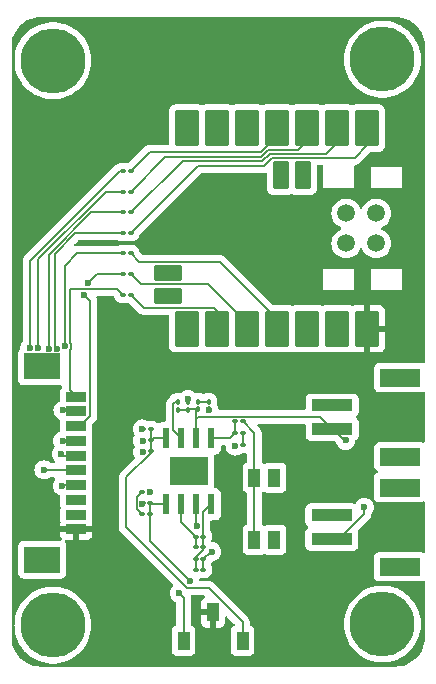
<source format=gbr>
%TF.GenerationSoftware,KiCad,Pcbnew,8.0.7*%
%TF.CreationDate,2025-01-15T11:33:58+05:30*%
%TF.ProjectId,STHDAQ_B1,53544844-4151-45f4-9231-2e6b69636164,rev?*%
%TF.SameCoordinates,Original*%
%TF.FileFunction,Copper,L1,Top*%
%TF.FilePolarity,Positive*%
%FSLAX46Y46*%
G04 Gerber Fmt 4.6, Leading zero omitted, Abs format (unit mm)*
G04 Created by KiCad (PCBNEW 8.0.7) date 2025-01-15 11:33:58*
%MOMM*%
%LPD*%
G01*
G04 APERTURE LIST*
G04 Aperture macros list*
%AMRoundRect*
0 Rectangle with rounded corners*
0 $1 Rounding radius*
0 $2 $3 $4 $5 $6 $7 $8 $9 X,Y pos of 4 corners*
0 Add a 4 corners polygon primitive as box body*
4,1,4,$2,$3,$4,$5,$6,$7,$8,$9,$2,$3,0*
0 Add four circle primitives for the rounded corners*
1,1,$1+$1,$2,$3*
1,1,$1+$1,$4,$5*
1,1,$1+$1,$6,$7*
1,1,$1+$1,$8,$9*
0 Add four rect primitives between the rounded corners*
20,1,$1+$1,$2,$3,$4,$5,0*
20,1,$1+$1,$4,$5,$6,$7,0*
20,1,$1+$1,$6,$7,$8,$9,0*
20,1,$1+$1,$8,$9,$2,$3,0*%
G04 Aperture macros list end*
%TA.AperFunction,SMDPad,CuDef*%
%ADD10RoundRect,0.100000X-0.130000X-0.100000X0.130000X-0.100000X0.130000X0.100000X-0.130000X0.100000X0*%
%TD*%
%TA.AperFunction,SMDPad,CuDef*%
%ADD11RoundRect,0.100000X0.130000X0.100000X-0.130000X0.100000X-0.130000X-0.100000X0.130000X-0.100000X0*%
%TD*%
%TA.AperFunction,SMDPad,CuDef*%
%ADD12RoundRect,0.030000X-0.970000X1.470000X-0.970000X-1.470000X0.970000X-1.470000X0.970000X1.470000X0*%
%TD*%
%TA.AperFunction,SMDPad,CuDef*%
%ADD13RoundRect,0.026000X-0.624000X1.124000X-0.624000X-1.124000X0.624000X-1.124000X0.624000X1.124000X0*%
%TD*%
%TA.AperFunction,SMDPad,CuDef*%
%ADD14RoundRect,0.026000X-1.124000X0.624000X-1.124000X-0.624000X1.124000X-0.624000X1.124000X0.624000X0*%
%TD*%
%TA.AperFunction,SMDPad,CuDef*%
%ADD15C,1.500000*%
%TD*%
%TA.AperFunction,ComponentPad*%
%ADD16C,3.600000*%
%TD*%
%TA.AperFunction,ConnectorPad*%
%ADD17C,5.500000*%
%TD*%
%TA.AperFunction,SMDPad,CuDef*%
%ADD18RoundRect,0.100000X-0.100000X0.130000X-0.100000X-0.130000X0.100000X-0.130000X0.100000X0.130000X0*%
%TD*%
%TA.AperFunction,SMDPad,CuDef*%
%ADD19R,1.701800X0.812800*%
%TD*%
%TA.AperFunction,SMDPad,CuDef*%
%ADD20R,3.098800X2.209800*%
%TD*%
%TA.AperFunction,SMDPad,CuDef*%
%ADD21R,0.600000X1.750000*%
%TD*%
%TA.AperFunction,SMDPad,CuDef*%
%ADD22R,3.300000X2.410000*%
%TD*%
%TA.AperFunction,SMDPad,CuDef*%
%ADD23R,1.000000X1.550000*%
%TD*%
%TA.AperFunction,SMDPad,CuDef*%
%ADD24R,3.500000X1.000000*%
%TD*%
%TA.AperFunction,SMDPad,CuDef*%
%ADD25R,3.400000X1.500000*%
%TD*%
%TA.AperFunction,SMDPad,CuDef*%
%ADD26RoundRect,0.100000X0.100000X-0.130000X0.100000X0.130000X-0.100000X0.130000X-0.100000X-0.130000X0*%
%TD*%
%TA.AperFunction,SMDPad,CuDef*%
%ADD27R,1.000000X1.600000*%
%TD*%
%TA.AperFunction,ViaPad*%
%ADD28C,0.600000*%
%TD*%
%TA.AperFunction,Conductor*%
%ADD29C,0.200000*%
%TD*%
G04 APERTURE END LIST*
D10*
%TO.P,C1,1*%
%TO.N,Net-(C1-Pad1)*%
X148570000Y-91220000D03*
%TO.P,C1,2*%
%TO.N,Earth*%
X149210000Y-91220000D03*
%TD*%
D11*
%TO.P,C4,1*%
%TO.N,B_VOUT*%
X149300000Y-85910000D03*
%TO.P,C4,2*%
%TO.N,Earth*%
X148660000Y-85910000D03*
%TD*%
D10*
%TO.P,R4,1*%
%TO.N,/SYNC{slash}PDWN*%
X146985000Y-65810000D03*
%TO.P,R4,2*%
%TO.N,Net-(U2-A2{slash}D2)*%
X147625000Y-65810000D03*
%TD*%
D12*
%TO.P,U2,0,A0/D0*%
%TO.N,Net-(U2-A0{slash}D0)*%
X167627500Y-60412500D03*
%TO.P,U2,1,A1/D1*%
%TO.N,Net-(U2-A1{slash}D1)*%
X165087500Y-60412500D03*
%TO.P,U2,2,A2/D2*%
%TO.N,Net-(U2-A2{slash}D2)*%
X162547500Y-60412500D03*
%TO.P,U2,3,A3/D3*%
%TO.N,Net-(U2-A3{slash}D3)*%
X160007500Y-60412500D03*
%TO.P,U2,3V3,3V3*%
%TO.N,unconnected-(U2-Pad3V3)*%
X162547500Y-77412500D03*
%TO.P,U2,4,A4/D4*%
%TO.N,unconnected-(U2-A4{slash}D4-Pad4)*%
X157467500Y-60412500D03*
%TO.P,U2,5,A5/D5*%
%TO.N,unconnected-(U2-A5{slash}D5-Pad5)*%
X154927500Y-60412500D03*
%TO.P,U2,6,D6/TX*%
%TO.N,unconnected-(U2-D6{slash}TX-Pad6)*%
X152387500Y-60412500D03*
%TO.P,U2,7,D7/RX*%
%TO.N,unconnected-(U2-D7{slash}RX-Pad7)*%
X152387500Y-77412500D03*
%TO.P,U2,8,D8/SCK*%
%TO.N,Net-(U2-D8{slash}SCK)*%
X154927500Y-77412500D03*
%TO.P,U2,9,D9/MISO*%
%TO.N,Net-(U2-D9{slash}MISO)*%
X157467500Y-77412500D03*
%TO.P,U2,10,D10/MOSI*%
%TO.N,Net-(U2-D10{slash}MOSI)*%
X160007500Y-77412500D03*
D13*
%TO.P,U2,BAT_N,BAT-*%
%TO.N,unconnected-(U2-BAT--PadBAT_N)*%
X162207500Y-64412500D03*
%TO.P,U2,BAT_P,BAT+*%
%TO.N,unconnected-(U2-BAT+-PadBAT_P)*%
X160307500Y-64412500D03*
D12*
%TO.P,U2,GND,GND*%
%TO.N,Earth*%
X165087500Y-77412500D03*
D14*
%TO.P,U2,NFC1,NFC1*%
%TO.N,unconnected-(U2-PadNFC1)*%
X150757500Y-72712500D03*
%TO.P,U2,NFC2,NFC2*%
%TO.N,unconnected-(U2-PadNFC2)*%
X150757500Y-74612500D03*
D15*
%TO.P,U2,TP1,GND__1*%
%TO.N,unconnected-(U2-GND__1-PadTP1)*%
X165857500Y-70182500D03*
%TO.P,U2,TP2,~{RST}*%
%TO.N,unconnected-(U2-~{RST}-PadTP2)*%
X165857500Y-67642500D03*
%TO.P,U2,TP3,CLK*%
%TO.N,unconnected-(U2-CLK-PadTP3)*%
X168397500Y-70182500D03*
%TO.P,U2,TP5,DIO*%
%TO.N,unconnected-(U2-DIO-PadTP5)*%
X168397500Y-67642500D03*
D12*
%TO.P,U2,VUSB,VUSB*%
%TO.N,5VCC*%
X167627500Y-77412500D03*
%TD*%
D11*
%TO.P,C6,1*%
%TO.N,B_VOUT*%
X149320000Y-86820000D03*
%TO.P,C6,2*%
%TO.N,Earth*%
X148680000Y-86820000D03*
%TD*%
D16*
%TO.P,H1,1*%
%TO.N,N/C*%
X168930000Y-54605000D03*
D17*
X168930000Y-54605000D03*
%TD*%
D11*
%TO.P,D1,1,K*%
%TO.N,Net-(D1-K)*%
X153750000Y-95000000D03*
%TO.P,D1,2,A*%
%TO.N,Net-(D1-A)*%
X153110000Y-95000000D03*
%TD*%
D10*
%TO.P,R6,1*%
%TO.N,Net-(U1-KEY)*%
X156475000Y-86245000D03*
%TO.P,R6,2*%
%TO.N,Net-(D5-A)*%
X157115000Y-86245000D03*
%TD*%
D11*
%TO.P,C2,1*%
%TO.N,B_VIN*%
X149255000Y-92185000D03*
%TO.P,C2,2*%
%TO.N,Earth*%
X148615000Y-92185000D03*
%TD*%
D10*
%TO.P,D3,2,A*%
%TO.N,Net-(D3-A)*%
X153772500Y-96925000D03*
%TO.P,D3,1,K*%
%TO.N,Net-(D1-K)*%
X153132500Y-96925000D03*
%TD*%
D18*
%TO.P,C7,1*%
%TO.N,Net-(C7-Pad1)*%
X154210000Y-83595000D03*
%TO.P,C7,2*%
%TO.N,Earth*%
X154210000Y-84235000D03*
%TD*%
D10*
%TO.P,R2,1*%
%TO.N,/DRDY*%
X146985000Y-69310000D03*
%TO.P,R2,2*%
%TO.N,Net-(U2-A0{slash}D0)*%
X147625000Y-69310000D03*
%TD*%
D16*
%TO.P,H2,1*%
%TO.N,N/C*%
X141030000Y-54705000D03*
D17*
X141030000Y-54705000D03*
%TD*%
D19*
%TO.P,J1,1,1*%
%TO.N,/SCLK*%
X143014500Y-83150000D03*
%TO.P,J1,2,2*%
%TO.N,/DIN*%
X143014500Y-84400000D03*
%TO.P,J1,3,3*%
%TO.N,/DOUT*%
X143014500Y-85650000D03*
%TO.P,J1,4,4*%
%TO.N,/DRDY*%
X143014500Y-86900000D03*
%TO.P,J1,5,5*%
%TO.N,/CS*%
X143014500Y-88150000D03*
%TO.P,J1,6,6*%
%TO.N,/RESET*%
X143014500Y-89400000D03*
%TO.P,J1,7,7*%
%TO.N,/SYNC{slash}PDWN*%
X143014500Y-90650000D03*
%TO.P,J1,8,8*%
%TO.N,unconnected-(J1-Pad8)*%
X143014500Y-91900000D03*
%TO.P,J1,9,9*%
%TO.N,Earth*%
X143014500Y-93150000D03*
%TO.P,J1,10,10*%
%TO.N,5VCC*%
X143014500Y-94400000D03*
D20*
%TO.P,J1,11*%
%TO.N,N/C*%
X140114501Y-96950000D03*
%TO.P,J1,12*%
X140114501Y-80600000D03*
%TD*%
D21*
%TO.P,U1,1,VIN*%
%TO.N,B_VIN*%
X150635000Y-92265000D03*
%TO.P,U1,2,LED1*%
%TO.N,Net-(D1-A)*%
X151905000Y-92265000D03*
%TO.P,U1,3,LED2*%
%TO.N,Net-(D3-A)*%
X153175000Y-92265000D03*
%TO.P,U1,4,LED3*%
%TO.N,Net-(D1-K)*%
X154445000Y-92265000D03*
%TO.P,U1,5,KEY*%
%TO.N,Net-(U1-KEY)*%
X154445000Y-86665000D03*
%TO.P,U1,6,BAT*%
%TO.N,BAT*%
X153175000Y-86665000D03*
%TO.P,U1,7,SW*%
%TO.N,Net-(U1-SW)*%
X151905000Y-86665000D03*
%TO.P,U1,8,VOUT*%
%TO.N,B_VOUT*%
X150635000Y-86665000D03*
D22*
%TO.P,U1,EXP,GND*%
%TO.N,Earth*%
X152540000Y-89465000D03*
%TD*%
D11*
%TO.P,R1,1*%
%TO.N,B_VIN*%
X149225000Y-93105000D03*
%TO.P,R1,2*%
%TO.N,Net-(C1-Pad1)*%
X148585000Y-93105000D03*
%TD*%
D10*
%TO.P,D5,1,K*%
%TO.N,Earth*%
X156470000Y-87255000D03*
%TO.P,D5,2,A*%
%TO.N,Net-(D5-A)*%
X157110000Y-87255000D03*
%TD*%
D18*
%TO.P,L1,1,1*%
%TO.N,Net-(U1-SW)*%
X151580000Y-83615000D03*
%TO.P,L1,2,2*%
%TO.N,BAT*%
X151580000Y-84255000D03*
%TD*%
D11*
%TO.P,D4,2,A*%
%TO.N,Net-(D1-K)*%
X153130000Y-97810000D03*
%TO.P,D4,1,K*%
%TO.N,Net-(D3-A)*%
X153770000Y-97810000D03*
%TD*%
D10*
%TO.P,R3,1*%
%TO.N,/CS*%
X146985000Y-67560000D03*
%TO.P,R3,2*%
%TO.N,Net-(U2-A1{slash}D1)*%
X147625000Y-67560000D03*
%TD*%
%TO.P,D2,1,K*%
%TO.N,Net-(D1-A)*%
X153110000Y-95890000D03*
%TO.P,D2,2,A*%
%TO.N,Net-(D1-K)*%
X153750000Y-95890000D03*
%TD*%
D23*
%TO.P,SW1,1,1*%
%TO.N,Net-(R7-Pad2)*%
X158090000Y-95270000D03*
X158090000Y-90020000D03*
%TO.P,SW1,2,2*%
%TO.N,Earth*%
X159790000Y-95270000D03*
X159790000Y-90020000D03*
%TD*%
D24*
%TO.P,P2,1,1*%
%TO.N,BAT*%
X164635000Y-95200000D03*
%TO.P,P2,2,2*%
%TO.N,Earth*%
X164635000Y-93200000D03*
D25*
%TO.P,P2,P1*%
%TO.N,N/C*%
X170385000Y-97550000D03*
%TO.P,P2,P2*%
X170385000Y-90850000D03*
%TD*%
D26*
%TO.P,C5,1*%
%TO.N,BAT*%
X152470000Y-84255000D03*
%TO.P,C5,2*%
%TO.N,Earth*%
X152470000Y-83615000D03*
%TD*%
D11*
%TO.P,R9,1*%
%TO.N,Net-(U2-D8{slash}SCK)*%
X147600000Y-74510000D03*
%TO.P,R9,2*%
%TO.N,/SCLK*%
X146960000Y-74510000D03*
%TD*%
D27*
%TO.P,S1,1*%
%TO.N,B_VIN*%
X152090000Y-103823691D03*
%TO.P,S1,2*%
%TO.N,5VCC*%
X154590000Y-101423691D03*
%TO.P,S1,3*%
%TO.N,B_VOUT*%
X157090000Y-103823691D03*
%TD*%
D10*
%TO.P,R5,2*%
%TO.N,Net-(U2-A3{slash}D3)*%
X147625000Y-64060000D03*
%TO.P,R5,1*%
%TO.N,/RESET*%
X146985000Y-64060000D03*
%TD*%
D11*
%TO.P,R10,1*%
%TO.N,Net-(U2-D9{slash}MISO)*%
X147600000Y-72760000D03*
%TO.P,R10,2*%
%TO.N,/DOUT*%
X146960000Y-72760000D03*
%TD*%
D26*
%TO.P,R8,1*%
%TO.N,BAT*%
X153340000Y-84240000D03*
%TO.P,R8,2*%
%TO.N,Net-(C7-Pad1)*%
X153340000Y-83600000D03*
%TD*%
D16*
%TO.P,H4,1*%
%TO.N,N/C*%
X168930000Y-102405000D03*
D17*
X168930000Y-102405000D03*
%TD*%
D24*
%TO.P,P1,1,1*%
%TO.N,BAT*%
X164690000Y-85890000D03*
%TO.P,P1,2,2*%
%TO.N,Earth*%
X164690000Y-83890000D03*
D25*
%TO.P,P1,P1*%
%TO.N,N/C*%
X170440000Y-88240000D03*
%TO.P,P1,P2*%
X170440000Y-81540000D03*
%TD*%
D16*
%TO.P,H3,1*%
%TO.N,N/C*%
X141030000Y-102505000D03*
D17*
X141030000Y-102505000D03*
%TD*%
D10*
%TO.P,R7,1*%
%TO.N,Net-(U1-KEY)*%
X156460000Y-85255000D03*
%TO.P,R7,2*%
%TO.N,Net-(R7-Pad2)*%
X157100000Y-85255000D03*
%TD*%
D11*
%TO.P,R11,1*%
%TO.N,Net-(U2-D10{slash}MOSI)*%
X147600000Y-71010000D03*
%TO.P,R11,2*%
%TO.N,/DIN*%
X146960000Y-71010000D03*
%TD*%
%TO.P,C3,1*%
%TO.N,B_VOUT*%
X149315000Y-87775000D03*
%TO.P,C3,2*%
%TO.N,Earth*%
X148675000Y-87775000D03*
%TD*%
D28*
%TO.N,Earth*%
X165180000Y-77700000D03*
X164290000Y-83790000D03*
X159690000Y-90050000D03*
X164490000Y-93290000D03*
X159890000Y-95210000D03*
X143170000Y-93090000D03*
X152540000Y-89465000D03*
%TO.N,B_VIN*%
X151720000Y-99800000D03*
X152625000Y-98755000D03*
%TO.N,Net-(D3-A)*%
X153250000Y-94150000D03*
X154480000Y-96290000D03*
%TO.N,BAT*%
X167400000Y-92510000D03*
X165820000Y-86860000D03*
%TO.N,/DOUT*%
X143680000Y-74570000D03*
X143960000Y-73530000D03*
%TO.N,/DIN*%
X141880000Y-84310000D03*
X142041433Y-78897147D03*
%TO.N,/DRDY*%
X141860000Y-86880000D03*
X141370003Y-79095098D03*
%TO.N,/CS*%
X141730000Y-88010000D03*
X140670000Y-79095098D03*
%TO.N,/SYNC{slash}PDWN*%
X141810000Y-90710000D03*
X139776428Y-79070652D03*
%TO.N,/RESET*%
X140260000Y-89350000D03*
X139080000Y-79000000D03*
%TO.N,Earth*%
X152470000Y-83365000D03*
X154250000Y-84315000D03*
X156450000Y-87335000D03*
X148610000Y-92275000D03*
X149250000Y-91235000D03*
X148630000Y-87865000D03*
X148630000Y-86870000D03*
X148590000Y-85890000D03*
%TD*%
D29*
%TO.N,/DOUT*%
X143316400Y-85650000D02*
X143014500Y-85650000D01*
X144200000Y-84766400D02*
X143316400Y-85650000D01*
X143680000Y-74570000D02*
X144200000Y-75090000D01*
X144200000Y-75090000D02*
X144200000Y-84766400D01*
X144730000Y-72760000D02*
X146960000Y-72760000D01*
X143960000Y-73530000D02*
X144730000Y-72760000D01*
%TO.N,Net-(U2-D10{slash}MOSI)*%
X155150000Y-71750000D02*
X160007500Y-76607500D01*
X147600000Y-71010000D02*
X148340000Y-71750000D01*
X148340000Y-71750000D02*
X155150000Y-71750000D01*
X160007500Y-76607500D02*
X160007500Y-77412500D01*
%TO.N,/RESET*%
X140310000Y-89400000D02*
X143014500Y-89400000D01*
X140260000Y-89350000D02*
X140310000Y-89400000D01*
%TO.N,/SYNC{slash}PDWN*%
X141870000Y-90650000D02*
X143014500Y-90650000D01*
X141810000Y-90710000D02*
X141870000Y-90650000D01*
%TO.N,/CS*%
X141730000Y-88010000D02*
X141870000Y-88150000D01*
X141870000Y-88150000D02*
X143014500Y-88150000D01*
%TO.N,/DRDY*%
X141880000Y-86900000D02*
X143014500Y-86900000D01*
X141860000Y-86880000D02*
X141880000Y-86900000D01*
%TO.N,/DIN*%
X141970000Y-84400000D02*
X143014500Y-84400000D01*
X141880000Y-84310000D02*
X141970000Y-84400000D01*
%TO.N,Net-(U2-D9{slash}MISO)*%
X157467500Y-76957500D02*
X157467500Y-77412500D01*
X148500000Y-73660000D02*
X154170000Y-73660000D01*
X147600000Y-72760000D02*
X148500000Y-73660000D01*
X154170000Y-73660000D02*
X157467500Y-76957500D01*
%TO.N,Net-(U2-A0{slash}D0)*%
X167627500Y-61852500D02*
X167627500Y-60412500D01*
X166570000Y-62910000D02*
X167627500Y-61852500D01*
X159580000Y-62910000D02*
X166570000Y-62910000D01*
X158870000Y-63620000D02*
X159580000Y-62910000D01*
X153315000Y-63620000D02*
X158870000Y-63620000D01*
X147625000Y-69310000D02*
X153315000Y-63620000D01*
%TO.N,Net-(U2-A1{slash}D1)*%
X165087500Y-61672500D02*
X165087500Y-60412500D01*
X158770000Y-63180000D02*
X159370000Y-62580000D01*
X159370000Y-62580000D02*
X164180000Y-62580000D01*
X164180000Y-62580000D02*
X165087500Y-61672500D01*
X152005000Y-63180000D02*
X158770000Y-63180000D01*
X147625000Y-67560000D02*
X152005000Y-63180000D01*
%TO.N,Net-(U2-A2{slash}D2)*%
X161760000Y-62280000D02*
X162547500Y-61492500D01*
X159240000Y-62280000D02*
X161760000Y-62280000D01*
X158640000Y-62880000D02*
X159240000Y-62280000D01*
X150555000Y-62880000D02*
X158640000Y-62880000D01*
X162547500Y-61492500D02*
X162547500Y-60412500D01*
X147625000Y-65810000D02*
X150555000Y-62880000D01*
%TO.N,Net-(U2-A3{slash}D3)*%
X149235000Y-62450000D02*
X158610000Y-62450000D01*
X147625000Y-64060000D02*
X149235000Y-62450000D01*
X158610000Y-62450000D02*
X160007500Y-61052500D01*
X160007500Y-61052500D02*
X160007500Y-60412500D01*
%TO.N,/SCLK*%
X146480000Y-74030000D02*
X146960000Y-74510000D01*
X142470000Y-78618607D02*
X142470000Y-74030000D01*
X142541433Y-79104254D02*
X142541433Y-78690040D01*
X142470000Y-79175687D02*
X142541433Y-79104254D01*
X142541433Y-78690040D02*
X142470000Y-78618607D01*
X142470000Y-82605500D02*
X142470000Y-79175687D01*
X143014500Y-83150000D02*
X142470000Y-82605500D01*
X142470000Y-74030000D02*
X146480000Y-74030000D01*
%TO.N,/DIN*%
X142041433Y-72068567D02*
X142041433Y-78897147D01*
X143100000Y-71010000D02*
X142041433Y-72068567D01*
X146960000Y-71010000D02*
X143100000Y-71010000D01*
%TO.N,/DRDY*%
X141265098Y-79095098D02*
X141370003Y-79095098D01*
X141170000Y-79000000D02*
X141265098Y-79095098D01*
X142914264Y-69310000D02*
X141170000Y-71054264D01*
X146985000Y-69310000D02*
X142914264Y-69310000D01*
X141170000Y-71054264D02*
X141170000Y-79000000D01*
%TO.N,/CS*%
X140670000Y-71130000D02*
X140670000Y-79095098D01*
X144240000Y-67560000D02*
X140670000Y-71130000D01*
X146985000Y-67560000D02*
X144240000Y-67560000D01*
%TO.N,/SYNC{slash}PDWN*%
X145490000Y-65810000D02*
X139776428Y-71523572D01*
X146985000Y-65810000D02*
X145490000Y-65810000D01*
X139776428Y-71523572D02*
X139776428Y-79070652D01*
%TO.N,/RESET*%
X139080000Y-71660000D02*
X139080000Y-79000000D01*
X146680000Y-64060000D02*
X139080000Y-71660000D01*
X146985000Y-64060000D02*
X146680000Y-64060000D01*
%TO.N,Net-(U2-D8{slash}SCK)*%
X154634999Y-75620000D02*
X154927500Y-75912501D01*
X148710000Y-75620000D02*
X154634999Y-75620000D01*
X154927500Y-75912501D02*
X154927500Y-77412500D01*
X147600000Y-74510000D02*
X148710000Y-75620000D01*
%TO.N,Net-(R7-Pad2)*%
X158090000Y-95270000D02*
X158090000Y-90020000D01*
%TO.N,B_VIN*%
X152090000Y-100170000D02*
X152090000Y-103823691D01*
X151720000Y-99800000D02*
X152090000Y-100170000D01*
X149225000Y-95355000D02*
X152625000Y-98755000D01*
X149225000Y-93105000D02*
X149225000Y-95355000D01*
X149225000Y-92215000D02*
X149255000Y-92185000D01*
X149225000Y-93105000D02*
X149225000Y-92215000D01*
X150635000Y-92265000D02*
X149335000Y-92265000D01*
X149335000Y-92265000D02*
X149255000Y-92185000D01*
%TO.N,Net-(C1-Pad1)*%
X148110000Y-92630000D02*
X148585000Y-93105000D01*
X148110000Y-91680000D02*
X148110000Y-92630000D01*
X148570000Y-91220000D02*
X148110000Y-91680000D01*
%TO.N,B_VOUT*%
X149315000Y-87887107D02*
X149315000Y-87775000D01*
X147220000Y-94220000D02*
X147220000Y-89982107D01*
X154236309Y-99370000D02*
X152370000Y-99370000D01*
X147220000Y-89982107D02*
X149315000Y-87887107D01*
X157090000Y-102223691D02*
X154236309Y-99370000D01*
X152370000Y-99370000D02*
X147220000Y-94220000D01*
X157090000Y-103823691D02*
X157090000Y-102223691D01*
X149475000Y-86665000D02*
X149320000Y-86820000D01*
X150635000Y-86665000D02*
X149475000Y-86665000D01*
X149320000Y-85930000D02*
X149300000Y-85910000D01*
X149320000Y-86820000D02*
X149320000Y-85930000D01*
X149315000Y-86825000D02*
X149320000Y-86820000D01*
X149315000Y-87775000D02*
X149315000Y-86825000D01*
%TO.N,Net-(D3-A)*%
X153770000Y-96927500D02*
X153772500Y-96925000D01*
X153770000Y-97810000D02*
X153770000Y-96927500D01*
X154407500Y-96290000D02*
X153772500Y-96925000D01*
X154480000Y-96290000D02*
X154407500Y-96290000D01*
X153175000Y-94075000D02*
X153250000Y-94150000D01*
X153175000Y-92265000D02*
X153175000Y-94075000D01*
%TO.N,Net-(D1-K)*%
X153750000Y-92960000D02*
X154445000Y-92265000D01*
X153750000Y-95000000D02*
X153750000Y-92960000D01*
X153750000Y-95890000D02*
X153750000Y-95000000D01*
X153130000Y-96927500D02*
X153132500Y-96925000D01*
X153130000Y-97810000D02*
X153130000Y-96927500D01*
X153750000Y-96107501D02*
X153750000Y-95890000D01*
X153132500Y-96725001D02*
X153750000Y-96107501D01*
X153132500Y-96925000D02*
X153132500Y-96725001D01*
%TO.N,Net-(D1-A)*%
X151905000Y-93795000D02*
X153110000Y-95000000D01*
X151905000Y-92265000D02*
X151905000Y-93795000D01*
X153110000Y-95890000D02*
X153110000Y-95000000D01*
%TO.N,BAT*%
X165285000Y-95200000D02*
X164635000Y-95200000D01*
X167400000Y-93085000D02*
X165285000Y-95200000D01*
X167400000Y-92510000D02*
X167400000Y-93085000D01*
X165660000Y-86860000D02*
X164690000Y-85890000D01*
X165820000Y-86860000D02*
X165660000Y-86860000D01*
X163655000Y-84855000D02*
X164690000Y-85890000D01*
X153330000Y-84855000D02*
X163655000Y-84855000D01*
X153175000Y-85010000D02*
X153330000Y-84855000D01*
X153175000Y-85010000D02*
X153175000Y-84405000D01*
X153175000Y-86665000D02*
X153175000Y-85010000D01*
%TO.N,Net-(R7-Pad2)*%
X158090000Y-86245000D02*
X158090000Y-90020000D01*
X157100000Y-85255000D02*
X158090000Y-86245000D01*
%TO.N,Net-(D5-A)*%
X157115000Y-87250000D02*
X157110000Y-87255000D01*
X157115000Y-86245000D02*
X157115000Y-87250000D01*
%TO.N,Net-(U1-KEY)*%
X156460000Y-86230000D02*
X156475000Y-86245000D01*
X156460000Y-85255000D02*
X156460000Y-86230000D01*
X154445000Y-86665000D02*
X156055000Y-86665000D01*
X156055000Y-86665000D02*
X156475000Y-86245000D01*
%TO.N,Net-(U1-SW)*%
X151365000Y-83615000D02*
X151580000Y-83615000D01*
X151180000Y-83800000D02*
X151365000Y-83615000D01*
X151180000Y-85940000D02*
X151180000Y-83800000D01*
X151905000Y-86665000D02*
X151180000Y-85940000D01*
%TO.N,BAT*%
X153175000Y-84405000D02*
X153340000Y-84240000D01*
X152485000Y-84240000D02*
X152470000Y-84255000D01*
X153340000Y-84240000D02*
X152485000Y-84240000D01*
X151580000Y-84255000D02*
X152470000Y-84255000D01*
%TO.N,Net-(C7-Pad1)*%
X154205000Y-83600000D02*
X154210000Y-83595000D01*
X153340000Y-83600000D02*
X154205000Y-83600000D01*
%TD*%
%TA.AperFunction,Conductor*%
%TO.N,5VCC*%
G36*
X170033736Y-51005726D02*
G01*
X170323796Y-51023271D01*
X170338659Y-51025076D01*
X170620798Y-51076780D01*
X170635335Y-51080363D01*
X170909172Y-51165695D01*
X170923163Y-51171000D01*
X171184743Y-51288727D01*
X171197989Y-51295680D01*
X171443465Y-51444075D01*
X171455776Y-51452573D01*
X171506879Y-51492609D01*
X171681573Y-51629473D01*
X171692781Y-51639403D01*
X171895596Y-51842218D01*
X171905526Y-51853426D01*
X172025481Y-52006538D01*
X172082422Y-52079217D01*
X172090928Y-52091540D01*
X172239316Y-52337004D01*
X172246275Y-52350263D01*
X172363997Y-52611831D01*
X172369306Y-52625832D01*
X172454635Y-52899663D01*
X172458219Y-52914201D01*
X172509923Y-53196340D01*
X172511728Y-53211205D01*
X172529274Y-53501263D01*
X172529500Y-53508750D01*
X172529500Y-80222500D01*
X172509815Y-80289539D01*
X172457011Y-80335294D01*
X172387853Y-80345238D01*
X172362168Y-80338682D01*
X172247485Y-80295909D01*
X172247483Y-80295908D01*
X172187883Y-80289501D01*
X172187881Y-80289500D01*
X172187873Y-80289500D01*
X172187864Y-80289500D01*
X168692129Y-80289500D01*
X168692123Y-80289501D01*
X168632516Y-80295908D01*
X168497671Y-80346202D01*
X168497664Y-80346206D01*
X168382455Y-80432452D01*
X168382452Y-80432455D01*
X168296206Y-80547664D01*
X168296202Y-80547671D01*
X168245908Y-80682517D01*
X168239501Y-80742116D01*
X168239500Y-80742135D01*
X168239500Y-82337870D01*
X168239501Y-82337876D01*
X168245908Y-82397483D01*
X168296202Y-82532328D01*
X168296206Y-82532335D01*
X168382452Y-82647544D01*
X168382455Y-82647547D01*
X168497664Y-82733793D01*
X168497671Y-82733797D01*
X168632517Y-82784091D01*
X168632516Y-82784091D01*
X168639444Y-82784835D01*
X168692127Y-82790500D01*
X172187872Y-82790499D01*
X172247483Y-82784091D01*
X172285751Y-82769818D01*
X172362167Y-82741317D01*
X172431859Y-82736333D01*
X172493182Y-82769818D01*
X172526666Y-82831142D01*
X172529500Y-82857499D01*
X172529500Y-86922500D01*
X172509815Y-86989539D01*
X172457011Y-87035294D01*
X172387853Y-87045238D01*
X172362168Y-87038682D01*
X172247485Y-86995909D01*
X172247483Y-86995908D01*
X172187883Y-86989501D01*
X172187881Y-86989500D01*
X172187873Y-86989500D01*
X172187864Y-86989500D01*
X168692129Y-86989500D01*
X168692123Y-86989501D01*
X168632516Y-86995908D01*
X168497671Y-87046202D01*
X168497664Y-87046206D01*
X168382455Y-87132452D01*
X168382452Y-87132455D01*
X168296206Y-87247664D01*
X168296202Y-87247671D01*
X168245908Y-87382517D01*
X168239501Y-87442116D01*
X168239500Y-87442135D01*
X168239500Y-89037870D01*
X168239501Y-89037876D01*
X168245908Y-89097483D01*
X168296202Y-89232328D01*
X168296206Y-89232335D01*
X168382452Y-89347544D01*
X168382453Y-89347544D01*
X168382454Y-89347546D01*
X168439146Y-89389986D01*
X168495885Y-89432461D01*
X168537755Y-89488395D01*
X168542739Y-89558086D01*
X168509253Y-89619409D01*
X168464908Y-89647908D01*
X168442674Y-89656201D01*
X168442664Y-89656206D01*
X168327455Y-89742452D01*
X168327452Y-89742455D01*
X168241206Y-89857664D01*
X168241202Y-89857671D01*
X168190908Y-89992517D01*
X168184501Y-90052116D01*
X168184500Y-90052135D01*
X168184500Y-91647870D01*
X168184501Y-91647876D01*
X168190908Y-91707483D01*
X168241202Y-91842328D01*
X168241206Y-91842335D01*
X168327452Y-91957544D01*
X168327455Y-91957547D01*
X168442664Y-92043793D01*
X168442671Y-92043797D01*
X168577517Y-92094091D01*
X168577516Y-92094091D01*
X168584444Y-92094835D01*
X168637127Y-92100500D01*
X172132872Y-92100499D01*
X172192483Y-92094091D01*
X172327331Y-92043796D01*
X172331185Y-92040910D01*
X172396647Y-92016490D01*
X172464921Y-92031339D01*
X172514329Y-92080741D01*
X172529500Y-92140174D01*
X172529500Y-96259825D01*
X172509815Y-96326864D01*
X172457011Y-96372619D01*
X172387853Y-96382563D01*
X172331190Y-96359092D01*
X172327335Y-96356206D01*
X172327328Y-96356202D01*
X172192482Y-96305908D01*
X172192483Y-96305908D01*
X172132883Y-96299501D01*
X172132881Y-96299500D01*
X172132873Y-96299500D01*
X172132864Y-96299500D01*
X168637129Y-96299500D01*
X168637123Y-96299501D01*
X168577516Y-96305908D01*
X168442671Y-96356202D01*
X168442664Y-96356206D01*
X168327455Y-96442452D01*
X168327452Y-96442455D01*
X168241206Y-96557664D01*
X168241202Y-96557671D01*
X168190908Y-96692517D01*
X168184501Y-96752116D01*
X168184500Y-96752135D01*
X168184500Y-98347870D01*
X168184501Y-98347876D01*
X168190908Y-98407483D01*
X168241202Y-98542328D01*
X168241206Y-98542335D01*
X168327452Y-98657544D01*
X168327455Y-98657547D01*
X168442664Y-98743793D01*
X168442671Y-98743797D01*
X168577517Y-98794091D01*
X168577516Y-98794091D01*
X168584444Y-98794835D01*
X168637127Y-98800500D01*
X172132872Y-98800499D01*
X172192483Y-98794091D01*
X172327331Y-98743796D01*
X172331185Y-98740910D01*
X172396647Y-98716490D01*
X172464921Y-98731339D01*
X172514329Y-98780741D01*
X172529500Y-98840174D01*
X172529500Y-103501249D01*
X172529274Y-103508736D01*
X172511728Y-103798794D01*
X172509923Y-103813659D01*
X172458219Y-104095798D01*
X172454635Y-104110336D01*
X172369306Y-104384167D01*
X172363997Y-104398168D01*
X172246275Y-104659736D01*
X172239316Y-104672995D01*
X172090928Y-104918459D01*
X172082422Y-104930782D01*
X171905526Y-105156573D01*
X171895596Y-105167781D01*
X171692781Y-105370596D01*
X171681573Y-105380526D01*
X171455782Y-105557422D01*
X171443459Y-105565928D01*
X171197995Y-105714316D01*
X171184736Y-105721275D01*
X170923168Y-105838997D01*
X170909167Y-105844306D01*
X170635336Y-105929635D01*
X170620798Y-105933219D01*
X170338659Y-105984923D01*
X170323794Y-105986728D01*
X170033736Y-106004274D01*
X170026249Y-106004500D01*
X140033751Y-106004500D01*
X140026264Y-106004274D01*
X139736205Y-105986728D01*
X139721340Y-105984923D01*
X139439201Y-105933219D01*
X139424663Y-105929635D01*
X139150832Y-105844306D01*
X139136831Y-105838997D01*
X138875263Y-105721275D01*
X138862004Y-105714316D01*
X138764709Y-105655499D01*
X138616537Y-105565926D01*
X138604217Y-105557422D01*
X138568033Y-105529074D01*
X138440388Y-105429070D01*
X138378426Y-105380526D01*
X138367218Y-105370596D01*
X138164403Y-105167781D01*
X138154473Y-105156573D01*
X138109645Y-105099354D01*
X137977573Y-104930776D01*
X137969075Y-104918465D01*
X137820680Y-104672989D01*
X137813727Y-104659743D01*
X137696000Y-104398163D01*
X137690693Y-104384167D01*
X137687841Y-104375016D01*
X137605363Y-104110335D01*
X137601780Y-104095798D01*
X137550076Y-103813659D01*
X137548271Y-103798794D01*
X137546641Y-103771854D01*
X137530726Y-103508736D01*
X137530500Y-103501249D01*
X137530500Y-102577963D01*
X137550185Y-102510924D01*
X137553729Y-102507853D01*
X137750871Y-102507853D01*
X137773477Y-102543028D01*
X137778318Y-102571250D01*
X137793808Y-102856954D01*
X137850833Y-103204793D01*
X137850834Y-103204796D01*
X137945126Y-103544408D01*
X137945127Y-103544410D01*
X138075588Y-103871844D01*
X138075597Y-103871862D01*
X138187678Y-104083269D01*
X138240695Y-104183269D01*
X138381767Y-104391335D01*
X138438498Y-104475006D01*
X138438505Y-104475016D01*
X138605455Y-104671564D01*
X138666686Y-104743650D01*
X138922580Y-104986046D01*
X139203182Y-105199354D01*
X139505202Y-105381074D01*
X139505206Y-105381075D01*
X139505210Y-105381078D01*
X139825088Y-105529070D01*
X139825092Y-105529070D01*
X139825099Y-105529074D01*
X140159122Y-105641619D01*
X140503355Y-105717391D01*
X140853763Y-105755500D01*
X140853769Y-105755500D01*
X141206231Y-105755500D01*
X141206237Y-105755500D01*
X141556645Y-105717391D01*
X141900878Y-105641619D01*
X142234901Y-105529074D01*
X142234908Y-105529070D01*
X142234911Y-105529070D01*
X142554789Y-105381078D01*
X142554798Y-105381074D01*
X142856818Y-105199354D01*
X143137420Y-104986046D01*
X143393314Y-104743650D01*
X143621501Y-104475008D01*
X143819305Y-104183269D01*
X143984407Y-103871854D01*
X144114871Y-103544414D01*
X144209168Y-103204788D01*
X144266191Y-102856957D01*
X144281682Y-102571250D01*
X144285274Y-102505002D01*
X144285274Y-102504997D01*
X144266191Y-102153045D01*
X144266191Y-102153043D01*
X144209168Y-101805212D01*
X144166704Y-101652271D01*
X144114873Y-101465591D01*
X144114872Y-101465589D01*
X144098178Y-101423691D01*
X144006413Y-101193376D01*
X143984411Y-101138155D01*
X143984402Y-101138137D01*
X143931390Y-101038146D01*
X143819305Y-100826731D01*
X143621501Y-100534992D01*
X143621497Y-100534987D01*
X143621494Y-100534983D01*
X143393314Y-100266350D01*
X143269980Y-100149522D01*
X143137420Y-100023954D01*
X143137413Y-100023948D01*
X143137410Y-100023946D01*
X142856815Y-99810644D01*
X142554802Y-99628928D01*
X142554789Y-99628921D01*
X142234911Y-99480929D01*
X142234906Y-99480928D01*
X142234903Y-99480927D01*
X142234901Y-99480926D01*
X142128432Y-99445052D01*
X141900880Y-99368381D01*
X141556643Y-99292608D01*
X141206238Y-99254500D01*
X141206237Y-99254500D01*
X140853763Y-99254500D01*
X140853761Y-99254500D01*
X140503356Y-99292608D01*
X140159119Y-99368381D01*
X139825093Y-99480928D01*
X139825088Y-99480929D01*
X139505210Y-99628921D01*
X139505197Y-99628928D01*
X139203184Y-99810644D01*
X138922589Y-100023946D01*
X138922580Y-100023954D01*
X138666685Y-100266350D01*
X138438505Y-100534983D01*
X138438498Y-100534993D01*
X138240695Y-100826730D01*
X138075597Y-101138137D01*
X138075588Y-101138155D01*
X137945127Y-101465589D01*
X137945126Y-101465591D01*
X137850834Y-101805203D01*
X137850833Y-101805206D01*
X137793808Y-102153045D01*
X137778318Y-102438749D01*
X137755033Y-102504625D01*
X137750871Y-102507853D01*
X137553729Y-102507853D01*
X137558429Y-102503780D01*
X137533806Y-102460478D01*
X137530500Y-102432036D01*
X137530500Y-95797235D01*
X138064601Y-95797235D01*
X138064601Y-98102770D01*
X138064602Y-98102776D01*
X138071009Y-98162383D01*
X138121303Y-98297228D01*
X138121307Y-98297235D01*
X138207553Y-98412444D01*
X138207556Y-98412447D01*
X138322765Y-98498693D01*
X138322772Y-98498697D01*
X138457618Y-98548991D01*
X138457617Y-98548991D01*
X138464545Y-98549735D01*
X138517228Y-98555400D01*
X141711773Y-98555399D01*
X141771384Y-98548991D01*
X141906232Y-98498696D01*
X142021447Y-98412446D01*
X142107697Y-98297231D01*
X142157992Y-98162383D01*
X142164401Y-98102773D01*
X142164400Y-95797228D01*
X142157992Y-95737617D01*
X142129111Y-95660184D01*
X142107698Y-95602771D01*
X142107694Y-95602764D01*
X142034291Y-95504711D01*
X142009873Y-95439247D01*
X142024724Y-95370974D01*
X142074129Y-95321568D01*
X142133557Y-95306400D01*
X142764500Y-95306400D01*
X143264500Y-95306400D01*
X143913228Y-95306400D01*
X143913244Y-95306399D01*
X143972772Y-95299998D01*
X143972779Y-95299996D01*
X144107486Y-95249754D01*
X144107493Y-95249750D01*
X144222587Y-95163590D01*
X144222590Y-95163587D01*
X144308750Y-95048493D01*
X144308754Y-95048486D01*
X144358996Y-94913779D01*
X144358998Y-94913772D01*
X144365399Y-94854244D01*
X144365400Y-94854227D01*
X144365400Y-94650000D01*
X143264500Y-94650000D01*
X143264500Y-95306400D01*
X142764500Y-95306400D01*
X142764500Y-94650000D01*
X141663600Y-94650000D01*
X141663600Y-94854244D01*
X141670001Y-94913772D01*
X141670003Y-94913779D01*
X141720245Y-95048486D01*
X141720247Y-95048488D01*
X141793460Y-95146289D01*
X141817877Y-95211753D01*
X141803026Y-95280026D01*
X141753620Y-95329432D01*
X141694193Y-95344600D01*
X138517230Y-95344600D01*
X138517224Y-95344601D01*
X138457617Y-95351008D01*
X138322772Y-95401302D01*
X138322765Y-95401306D01*
X138207556Y-95487552D01*
X138207553Y-95487555D01*
X138121307Y-95602764D01*
X138121303Y-95602771D01*
X138071009Y-95737617D01*
X138065621Y-95787737D01*
X138064602Y-95797223D01*
X138064601Y-95797235D01*
X137530500Y-95797235D01*
X137530500Y-94299054D01*
X146619498Y-94299054D01*
X146619499Y-94299057D01*
X146660423Y-94451785D01*
X146687984Y-94499522D01*
X146739477Y-94588712D01*
X146739481Y-94588717D01*
X146858349Y-94707585D01*
X146858355Y-94707590D01*
X151181662Y-99030897D01*
X151215147Y-99092220D01*
X151210163Y-99161912D01*
X151181663Y-99206259D01*
X151090183Y-99297739D01*
X150994211Y-99450476D01*
X150934631Y-99620745D01*
X150934630Y-99620750D01*
X150914435Y-99799996D01*
X150914435Y-99800003D01*
X150934630Y-99979249D01*
X150934631Y-99979254D01*
X150994211Y-100149523D01*
X151063038Y-100259059D01*
X151090184Y-100302262D01*
X151217738Y-100429816D01*
X151274504Y-100465484D01*
X151370477Y-100525789D01*
X151406453Y-100538377D01*
X151463230Y-100579098D01*
X151488978Y-100644050D01*
X151489500Y-100655419D01*
X151489500Y-102440900D01*
X151469815Y-102507939D01*
X151417011Y-102553694D01*
X151408833Y-102557082D01*
X151347671Y-102579893D01*
X151347664Y-102579897D01*
X151232455Y-102666143D01*
X151232452Y-102666146D01*
X151146206Y-102781355D01*
X151146202Y-102781362D01*
X151095908Y-102916208D01*
X151089501Y-102975807D01*
X151089501Y-102975814D01*
X151089500Y-102975826D01*
X151089500Y-104671561D01*
X151089501Y-104671567D01*
X151095908Y-104731174D01*
X151146202Y-104866019D01*
X151146206Y-104866026D01*
X151232452Y-104981235D01*
X151232455Y-104981238D01*
X151347664Y-105067484D01*
X151347671Y-105067488D01*
X151482517Y-105117782D01*
X151482516Y-105117782D01*
X151489444Y-105118526D01*
X151542127Y-105124191D01*
X152637872Y-105124190D01*
X152697483Y-105117782D01*
X152832331Y-105067487D01*
X152947546Y-104981237D01*
X153033796Y-104866022D01*
X153084091Y-104731174D01*
X153090500Y-104671564D01*
X153090499Y-102975819D01*
X153084091Y-102916208D01*
X153033796Y-102781360D01*
X153033795Y-102781359D01*
X153033793Y-102781355D01*
X152947547Y-102666146D01*
X152947544Y-102666143D01*
X152832335Y-102579897D01*
X152832328Y-102579893D01*
X152771167Y-102557082D01*
X152715233Y-102515211D01*
X152690816Y-102449747D01*
X152690500Y-102440900D01*
X152690500Y-102271535D01*
X153590000Y-102271535D01*
X153596401Y-102331063D01*
X153596403Y-102331070D01*
X153646645Y-102465777D01*
X153646649Y-102465784D01*
X153732809Y-102580878D01*
X153732812Y-102580881D01*
X153847906Y-102667041D01*
X153847913Y-102667045D01*
X153982620Y-102717287D01*
X153982627Y-102717289D01*
X154042155Y-102723690D01*
X154042172Y-102723691D01*
X154340000Y-102723691D01*
X154340000Y-101673691D01*
X153590000Y-101673691D01*
X153590000Y-102271535D01*
X152690500Y-102271535D01*
X152690500Y-100259059D01*
X152690501Y-100259046D01*
X152690501Y-100094500D01*
X152710186Y-100027461D01*
X152762990Y-99981706D01*
X152814501Y-99970500D01*
X153755661Y-99970500D01*
X153822700Y-99990185D01*
X153868455Y-100042989D01*
X153878399Y-100112147D01*
X153849374Y-100175703D01*
X153829973Y-100193766D01*
X153732809Y-100266503D01*
X153646649Y-100381597D01*
X153646645Y-100381604D01*
X153596403Y-100516311D01*
X153596401Y-100516318D01*
X153590000Y-100575846D01*
X153590000Y-101173691D01*
X154466000Y-101173691D01*
X154533039Y-101193376D01*
X154578794Y-101246180D01*
X154590000Y-101297691D01*
X154590000Y-101423691D01*
X154716000Y-101423691D01*
X154783039Y-101443376D01*
X154828794Y-101496180D01*
X154840000Y-101547691D01*
X154840000Y-102723691D01*
X155137828Y-102723691D01*
X155137844Y-102723690D01*
X155197372Y-102717289D01*
X155197379Y-102717287D01*
X155332086Y-102667045D01*
X155332093Y-102667041D01*
X155447187Y-102580881D01*
X155447190Y-102580878D01*
X155533350Y-102465784D01*
X155533354Y-102465777D01*
X155583596Y-102331070D01*
X155583598Y-102331063D01*
X155589999Y-102271535D01*
X155590000Y-102271518D01*
X155590000Y-101872288D01*
X155609685Y-101805249D01*
X155662489Y-101759494D01*
X155731647Y-101749550D01*
X155795203Y-101778575D01*
X155801681Y-101784607D01*
X156392809Y-102375735D01*
X156426294Y-102437058D01*
X156421310Y-102506750D01*
X156379438Y-102562683D01*
X156348474Y-102579593D01*
X156347678Y-102579889D01*
X156347664Y-102579897D01*
X156232455Y-102666143D01*
X156232452Y-102666146D01*
X156146206Y-102781355D01*
X156146202Y-102781362D01*
X156095908Y-102916208D01*
X156089501Y-102975807D01*
X156089501Y-102975814D01*
X156089500Y-102975826D01*
X156089500Y-104671561D01*
X156089501Y-104671567D01*
X156095908Y-104731174D01*
X156146202Y-104866019D01*
X156146206Y-104866026D01*
X156232452Y-104981235D01*
X156232455Y-104981238D01*
X156347664Y-105067484D01*
X156347671Y-105067488D01*
X156482517Y-105117782D01*
X156482516Y-105117782D01*
X156489444Y-105118526D01*
X156542127Y-105124191D01*
X157637872Y-105124190D01*
X157697483Y-105117782D01*
X157832331Y-105067487D01*
X157947546Y-104981237D01*
X158033796Y-104866022D01*
X158084091Y-104731174D01*
X158090500Y-104671564D01*
X158090499Y-102975819D01*
X158084091Y-102916208D01*
X158033796Y-102781360D01*
X158033795Y-102781359D01*
X158033793Y-102781355D01*
X157947547Y-102666146D01*
X157947544Y-102666143D01*
X157832335Y-102579897D01*
X157832328Y-102579893D01*
X157771167Y-102557082D01*
X157715233Y-102515211D01*
X157690816Y-102449747D01*
X157690500Y-102440900D01*
X157690500Y-102404997D01*
X165674726Y-102404997D01*
X165674726Y-102405002D01*
X165693808Y-102756954D01*
X165750833Y-103104793D01*
X165750834Y-103104796D01*
X165845126Y-103444408D01*
X165845127Y-103444410D01*
X165975588Y-103771844D01*
X165975597Y-103771862D01*
X166140695Y-104083269D01*
X166338498Y-104375006D01*
X166338505Y-104375016D01*
X166566685Y-104643649D01*
X166566686Y-104643650D01*
X166822580Y-104886046D01*
X167103182Y-105099354D01*
X167405202Y-105281074D01*
X167405206Y-105281075D01*
X167405210Y-105281078D01*
X167725088Y-105429070D01*
X167725092Y-105429070D01*
X167725099Y-105429074D01*
X168059122Y-105541619D01*
X168403355Y-105617391D01*
X168753763Y-105655500D01*
X168753769Y-105655500D01*
X169106231Y-105655500D01*
X169106237Y-105655500D01*
X169456645Y-105617391D01*
X169800878Y-105541619D01*
X170134901Y-105429074D01*
X170134908Y-105429070D01*
X170134911Y-105429070D01*
X170454789Y-105281078D01*
X170454798Y-105281074D01*
X170756818Y-105099354D01*
X171037420Y-104886046D01*
X171293314Y-104643650D01*
X171521501Y-104375008D01*
X171719305Y-104083269D01*
X171884407Y-103771854D01*
X172014871Y-103444414D01*
X172016345Y-103439108D01*
X172043180Y-103342453D01*
X172109168Y-103104788D01*
X172166191Y-102756957D01*
X172185274Y-102405000D01*
X172166191Y-102053043D01*
X172109168Y-101705212D01*
X172065432Y-101547691D01*
X172014873Y-101365591D01*
X172014872Y-101365589D01*
X171884411Y-101038155D01*
X171884402Y-101038137D01*
X171719305Y-100726731D01*
X171521501Y-100434992D01*
X171521497Y-100434987D01*
X171521494Y-100434983D01*
X171293314Y-100166350D01*
X171275549Y-100149522D01*
X171037420Y-99923954D01*
X171037413Y-99923948D01*
X171037410Y-99923946D01*
X170756815Y-99710644D01*
X170454802Y-99528928D01*
X170454789Y-99528921D01*
X170134911Y-99380929D01*
X170134906Y-99380928D01*
X170134903Y-99380927D01*
X170134901Y-99380926D01*
X170028432Y-99345052D01*
X169800880Y-99268381D01*
X169456643Y-99192608D01*
X169106238Y-99154500D01*
X169106237Y-99154500D01*
X168753763Y-99154500D01*
X168753761Y-99154500D01*
X168403356Y-99192608D01*
X168059119Y-99268381D01*
X167725093Y-99380928D01*
X167725088Y-99380929D01*
X167405210Y-99528921D01*
X167405197Y-99528928D01*
X167103184Y-99710644D01*
X166822589Y-99923946D01*
X166822580Y-99923954D01*
X166566685Y-100166350D01*
X166338505Y-100434983D01*
X166338498Y-100434993D01*
X166140695Y-100726730D01*
X165975597Y-101038137D01*
X165975588Y-101038155D01*
X165845127Y-101365589D01*
X165845126Y-101365591D01*
X165750834Y-101705203D01*
X165750833Y-101705206D01*
X165693808Y-102053045D01*
X165674726Y-102404997D01*
X157690500Y-102404997D01*
X157690500Y-102312751D01*
X157690501Y-102312738D01*
X157690501Y-102144635D01*
X157665959Y-102053045D01*
X157649577Y-101991907D01*
X157580516Y-101872288D01*
X157570524Y-101854981D01*
X157570518Y-101854973D01*
X156150528Y-100434983D01*
X154723898Y-99008354D01*
X154723897Y-99008352D01*
X154605026Y-98889481D01*
X154605018Y-98889475D01*
X154509030Y-98834057D01*
X154509028Y-98834056D01*
X154468099Y-98810425D01*
X154468098Y-98810424D01*
X154431061Y-98800500D01*
X154315366Y-98769499D01*
X154157252Y-98769499D01*
X154149656Y-98769499D01*
X154149640Y-98769500D01*
X153543012Y-98769500D01*
X153475973Y-98749815D01*
X153430218Y-98697011D01*
X153419792Y-98659387D01*
X153419584Y-98657544D01*
X153417788Y-98641603D01*
X153429841Y-98572784D01*
X153477188Y-98521403D01*
X153544798Y-98503777D01*
X153557185Y-98504779D01*
X153600639Y-98510500D01*
X153939360Y-98510499D01*
X153939363Y-98510499D01*
X154056753Y-98495046D01*
X154056757Y-98495044D01*
X154056762Y-98495044D01*
X154202841Y-98434536D01*
X154328282Y-98338282D01*
X154424536Y-98212841D01*
X154485044Y-98066762D01*
X154500500Y-97949361D01*
X154500499Y-97670640D01*
X154500499Y-97670639D01*
X154500499Y-97670636D01*
X154485046Y-97553246D01*
X154485044Y-97553241D01*
X154485044Y-97553238D01*
X154429013Y-97417969D01*
X154421545Y-97348500D01*
X154429012Y-97323069D01*
X154487544Y-97181762D01*
X154487545Y-97181753D01*
X154489647Y-97173912D01*
X154493104Y-97174838D01*
X154514501Y-97126012D01*
X154572691Y-97087338D01*
X154595560Y-97082544D01*
X154659255Y-97075368D01*
X154829522Y-97015789D01*
X154982262Y-96919816D01*
X155109816Y-96792262D01*
X155205789Y-96639522D01*
X155265368Y-96469255D01*
X155268731Y-96439406D01*
X155285565Y-96290003D01*
X155285565Y-96289996D01*
X155265369Y-96110750D01*
X155265368Y-96110745D01*
X155236890Y-96029360D01*
X155205789Y-95940478D01*
X155109816Y-95787738D01*
X154982262Y-95660184D01*
X154829523Y-95564211D01*
X154659254Y-95504631D01*
X154659250Y-95504630D01*
X154539341Y-95491120D01*
X154474927Y-95464053D01*
X154435372Y-95406458D01*
X154433235Y-95336621D01*
X154438660Y-95320456D01*
X154465044Y-95256762D01*
X154480500Y-95139361D01*
X154480499Y-94860640D01*
X154480499Y-94860636D01*
X154465046Y-94743246D01*
X154465044Y-94743241D01*
X154465044Y-94743238D01*
X154404536Y-94597159D01*
X154404535Y-94597158D01*
X154404535Y-94597157D01*
X154376124Y-94560131D01*
X154350930Y-94494962D01*
X154350500Y-94484645D01*
X154350500Y-93764499D01*
X154370185Y-93697460D01*
X154422989Y-93651705D01*
X154474500Y-93640499D01*
X154792871Y-93640499D01*
X154792872Y-93640499D01*
X154852483Y-93634091D01*
X154987331Y-93583796D01*
X155102546Y-93497546D01*
X155188796Y-93382331D01*
X155239091Y-93247483D01*
X155245500Y-93187873D01*
X155245499Y-91342128D01*
X155239091Y-91282517D01*
X155236287Y-91275000D01*
X155188797Y-91147671D01*
X155188793Y-91147664D01*
X155102547Y-91032455D01*
X155102544Y-91032452D01*
X154987335Y-90946206D01*
X154987328Y-90946202D01*
X154852482Y-90895908D01*
X154852484Y-90895908D01*
X154796716Y-90889913D01*
X154732165Y-90863175D01*
X154692317Y-90805783D01*
X154686683Y-90753370D01*
X154690500Y-90717873D01*
X154690499Y-88212128D01*
X154686683Y-88176628D01*
X154699090Y-88107869D01*
X154746701Y-88056732D01*
X154796719Y-88040085D01*
X154852483Y-88034091D01*
X154987331Y-87983796D01*
X155102546Y-87897546D01*
X155188796Y-87782331D01*
X155239091Y-87647483D01*
X155245500Y-87587873D01*
X155245500Y-87389500D01*
X155265185Y-87322461D01*
X155317989Y-87276706D01*
X155369500Y-87265500D01*
X155525791Y-87265500D01*
X155592830Y-87285185D01*
X155638585Y-87337989D01*
X155649011Y-87375617D01*
X155664630Y-87514249D01*
X155664631Y-87514254D01*
X155724211Y-87684523D01*
X155785671Y-87782335D01*
X155820184Y-87837262D01*
X155947738Y-87964816D01*
X156019648Y-88010000D01*
X156074162Y-88044254D01*
X156100478Y-88060789D01*
X156235025Y-88107869D01*
X156270745Y-88120368D01*
X156270750Y-88120369D01*
X156449996Y-88140565D01*
X156450000Y-88140565D01*
X156450004Y-88140565D01*
X156629249Y-88120369D01*
X156629252Y-88120368D01*
X156629255Y-88120368D01*
X156799522Y-88060789D01*
X156936842Y-87974504D01*
X157002814Y-87955499D01*
X157279362Y-87955499D01*
X157349316Y-87946290D01*
X157418351Y-87957056D01*
X157470606Y-88003437D01*
X157489500Y-88069229D01*
X157489500Y-88662209D01*
X157469815Y-88729248D01*
X157417011Y-88775003D01*
X157408833Y-88778391D01*
X157347671Y-88801202D01*
X157347664Y-88801206D01*
X157232455Y-88887452D01*
X157232452Y-88887455D01*
X157146206Y-89002664D01*
X157146202Y-89002671D01*
X157095908Y-89137517D01*
X157089501Y-89197116D01*
X157089501Y-89197123D01*
X157089500Y-89197135D01*
X157089500Y-90842870D01*
X157089501Y-90842876D01*
X157095908Y-90902483D01*
X157146202Y-91037328D01*
X157146206Y-91037335D01*
X157232452Y-91152544D01*
X157232455Y-91152547D01*
X157347664Y-91238793D01*
X157347669Y-91238796D01*
X157408833Y-91261608D01*
X157464766Y-91303478D01*
X157489184Y-91368942D01*
X157489500Y-91377790D01*
X157489500Y-93912209D01*
X157469815Y-93979248D01*
X157417011Y-94025003D01*
X157408833Y-94028391D01*
X157347671Y-94051202D01*
X157347664Y-94051206D01*
X157232455Y-94137452D01*
X157232452Y-94137455D01*
X157146206Y-94252664D01*
X157146202Y-94252671D01*
X157095908Y-94387517D01*
X157090684Y-94436112D01*
X157089501Y-94447123D01*
X157089500Y-94447135D01*
X157089500Y-96092870D01*
X157089501Y-96092876D01*
X157095908Y-96152483D01*
X157146202Y-96287328D01*
X157146206Y-96287335D01*
X157232452Y-96402544D01*
X157232455Y-96402547D01*
X157347664Y-96488793D01*
X157347671Y-96488797D01*
X157482517Y-96539091D01*
X157482516Y-96539091D01*
X157489444Y-96539835D01*
X157542127Y-96545500D01*
X158637872Y-96545499D01*
X158697483Y-96539091D01*
X158742880Y-96522159D01*
X158832329Y-96488797D01*
X158832329Y-96488796D01*
X158832331Y-96488796D01*
X158865689Y-96463823D01*
X158931151Y-96439406D01*
X158999425Y-96454257D01*
X159014305Y-96463820D01*
X159047669Y-96488796D01*
X159047670Y-96488796D01*
X159047670Y-96488797D01*
X159182517Y-96539091D01*
X159182516Y-96539091D01*
X159189444Y-96539835D01*
X159242127Y-96545500D01*
X160337872Y-96545499D01*
X160397483Y-96539091D01*
X160532331Y-96488796D01*
X160647546Y-96402546D01*
X160733796Y-96287331D01*
X160784091Y-96152483D01*
X160790500Y-96092873D01*
X160790499Y-94447128D01*
X160784091Y-94387517D01*
X160751096Y-94299054D01*
X160733797Y-94252671D01*
X160733793Y-94252664D01*
X160647547Y-94137455D01*
X160647544Y-94137452D01*
X160532335Y-94051206D01*
X160532328Y-94051202D01*
X160397482Y-94000908D01*
X160397483Y-94000908D01*
X160337883Y-93994501D01*
X160337881Y-93994500D01*
X160337873Y-93994500D01*
X160337864Y-93994500D01*
X159242129Y-93994500D01*
X159242123Y-93994501D01*
X159182516Y-94000908D01*
X159047671Y-94051202D01*
X159047669Y-94051203D01*
X159014310Y-94076176D01*
X158948845Y-94100592D01*
X158880572Y-94085740D01*
X158865690Y-94076176D01*
X158832330Y-94051203D01*
X158832328Y-94051202D01*
X158771167Y-94028391D01*
X158715233Y-93986520D01*
X158690816Y-93921056D01*
X158690500Y-93912209D01*
X158690500Y-92652135D01*
X162384500Y-92652135D01*
X162384500Y-93747870D01*
X162384501Y-93747876D01*
X162390908Y-93807483D01*
X162441202Y-93942328D01*
X162441206Y-93942335D01*
X162527452Y-94057544D01*
X162527453Y-94057544D01*
X162527454Y-94057546D01*
X162556615Y-94079376D01*
X162585145Y-94100734D01*
X162627015Y-94156668D01*
X162631999Y-94226360D01*
X162598513Y-94287683D01*
X162585145Y-94299266D01*
X162527452Y-94342455D01*
X162441206Y-94457664D01*
X162441202Y-94457671D01*
X162390908Y-94592517D01*
X162384501Y-94652116D01*
X162384501Y-94652123D01*
X162384500Y-94652135D01*
X162384500Y-95747870D01*
X162384501Y-95747876D01*
X162390908Y-95807483D01*
X162441202Y-95942328D01*
X162441206Y-95942335D01*
X162527452Y-96057544D01*
X162527455Y-96057547D01*
X162642664Y-96143793D01*
X162642671Y-96143797D01*
X162777517Y-96194091D01*
X162777516Y-96194091D01*
X162784444Y-96194835D01*
X162837127Y-96200500D01*
X166432872Y-96200499D01*
X166492483Y-96194091D01*
X166627331Y-96143796D01*
X166742546Y-96057546D01*
X166828796Y-95942331D01*
X166879091Y-95807483D01*
X166885500Y-95747873D01*
X166885499Y-94652128D01*
X166879091Y-94592517D01*
X166877673Y-94588716D01*
X166869621Y-94567126D01*
X166864637Y-94497434D01*
X166898120Y-94436114D01*
X167880520Y-93453716D01*
X167959577Y-93316784D01*
X168000501Y-93164057D01*
X168000501Y-93092410D01*
X168020186Y-93025371D01*
X168027559Y-93015091D01*
X168029809Y-93012268D01*
X168029816Y-93012262D01*
X168125789Y-92859522D01*
X168185368Y-92689255D01*
X168185369Y-92689249D01*
X168205565Y-92510003D01*
X168205565Y-92509996D01*
X168185369Y-92330750D01*
X168185368Y-92330745D01*
X168141686Y-92205909D01*
X168125789Y-92160478D01*
X168029816Y-92007738D01*
X167902262Y-91880184D01*
X167842026Y-91842335D01*
X167749523Y-91784211D01*
X167579254Y-91724631D01*
X167579249Y-91724630D01*
X167400004Y-91704435D01*
X167399996Y-91704435D01*
X167220750Y-91724630D01*
X167220745Y-91724631D01*
X167050476Y-91784211D01*
X166897737Y-91880184D01*
X166770184Y-92007737D01*
X166670506Y-92166374D01*
X166667910Y-92164742D01*
X166630057Y-92206518D01*
X166562597Y-92224710D01*
X166522016Y-92216923D01*
X166492485Y-92205909D01*
X166492483Y-92205908D01*
X166432883Y-92199501D01*
X166432881Y-92199500D01*
X166432873Y-92199500D01*
X166432864Y-92199500D01*
X162837129Y-92199500D01*
X162837123Y-92199501D01*
X162777516Y-92205908D01*
X162642671Y-92256202D01*
X162642664Y-92256206D01*
X162527455Y-92342452D01*
X162527452Y-92342455D01*
X162441206Y-92457664D01*
X162441202Y-92457671D01*
X162390908Y-92592517D01*
X162384501Y-92652116D01*
X162384500Y-92652135D01*
X158690500Y-92652135D01*
X158690500Y-91377790D01*
X158710185Y-91310751D01*
X158762989Y-91264996D01*
X158771146Y-91261616D01*
X158832331Y-91238796D01*
X158865689Y-91213823D01*
X158931151Y-91189406D01*
X158999425Y-91204257D01*
X159014305Y-91213820D01*
X159047669Y-91238796D01*
X159047670Y-91238796D01*
X159047670Y-91238797D01*
X159182517Y-91289091D01*
X159182516Y-91289091D01*
X159189444Y-91289835D01*
X159242127Y-91295500D01*
X160337872Y-91295499D01*
X160397483Y-91289091D01*
X160532331Y-91238796D01*
X160647546Y-91152546D01*
X160733796Y-91037331D01*
X160784091Y-90902483D01*
X160790500Y-90842873D01*
X160790499Y-89197128D01*
X160784091Y-89137517D01*
X160769159Y-89097483D01*
X160733797Y-89002671D01*
X160733793Y-89002664D01*
X160647547Y-88887455D01*
X160647544Y-88887452D01*
X160532335Y-88801206D01*
X160532328Y-88801202D01*
X160397482Y-88750908D01*
X160397483Y-88750908D01*
X160337883Y-88744501D01*
X160337881Y-88744500D01*
X160337873Y-88744500D01*
X160337864Y-88744500D01*
X159242129Y-88744500D01*
X159242123Y-88744501D01*
X159182516Y-88750908D01*
X159047671Y-88801202D01*
X159047669Y-88801203D01*
X159014310Y-88826176D01*
X158948845Y-88850592D01*
X158880572Y-88835740D01*
X158865690Y-88826176D01*
X158832330Y-88801203D01*
X158832328Y-88801202D01*
X158771167Y-88778391D01*
X158715233Y-88736520D01*
X158690816Y-88671056D01*
X158690500Y-88662209D01*
X158690500Y-86165941D01*
X158687359Y-86154222D01*
X158687356Y-86154212D01*
X158687356Y-86154211D01*
X158674342Y-86105640D01*
X158649577Y-86013216D01*
X158649350Y-86012823D01*
X158570524Y-85876290D01*
X158570521Y-85876286D01*
X158570520Y-85876284D01*
X158458716Y-85764480D01*
X158458715Y-85764479D01*
X158454385Y-85760149D01*
X158454374Y-85760139D01*
X158361416Y-85667181D01*
X158327931Y-85605858D01*
X158332915Y-85536166D01*
X158374787Y-85480233D01*
X158440251Y-85455816D01*
X158449097Y-85455500D01*
X162315500Y-85455500D01*
X162382539Y-85475185D01*
X162428294Y-85527989D01*
X162439500Y-85579500D01*
X162439500Y-86437870D01*
X162439501Y-86437876D01*
X162445908Y-86497483D01*
X162496202Y-86632328D01*
X162496206Y-86632335D01*
X162582452Y-86747544D01*
X162582455Y-86747547D01*
X162697664Y-86833793D01*
X162697671Y-86833797D01*
X162832517Y-86884091D01*
X162832516Y-86884091D01*
X162839444Y-86884835D01*
X162892127Y-86890500D01*
X164789902Y-86890499D01*
X164856941Y-86910184D01*
X164877583Y-86926818D01*
X165038631Y-87087866D01*
X165067991Y-87134591D01*
X165094211Y-87209523D01*
X165094212Y-87209524D01*
X165141753Y-87285185D01*
X165190184Y-87362262D01*
X165317738Y-87489816D01*
X165373733Y-87525000D01*
X165442698Y-87568334D01*
X165470478Y-87585789D01*
X165614307Y-87636117D01*
X165640745Y-87645368D01*
X165640750Y-87645369D01*
X165819996Y-87665565D01*
X165820000Y-87665565D01*
X165820004Y-87665565D01*
X165999249Y-87645369D01*
X165999252Y-87645368D01*
X165999255Y-87645368D01*
X166169522Y-87585789D01*
X166322262Y-87489816D01*
X166449816Y-87362262D01*
X166545789Y-87209522D01*
X166605368Y-87039255D01*
X166605433Y-87038682D01*
X166617773Y-86929162D01*
X166644839Y-86864748D01*
X166675401Y-86839340D01*
X166675231Y-86839112D01*
X166679710Y-86835758D01*
X166681577Y-86834207D01*
X166682324Y-86833798D01*
X166682331Y-86833796D01*
X166797546Y-86747546D01*
X166883796Y-86632331D01*
X166934091Y-86497483D01*
X166940500Y-86437873D01*
X166940499Y-85342128D01*
X166934091Y-85282517D01*
X166929353Y-85269815D01*
X166883797Y-85147671D01*
X166883793Y-85147664D01*
X166800043Y-85035790D01*
X166797546Y-85032454D01*
X166739854Y-84989265D01*
X166697984Y-84933333D01*
X166693000Y-84863641D01*
X166726485Y-84802318D01*
X166739850Y-84790736D01*
X166797546Y-84747546D01*
X166883796Y-84632331D01*
X166934091Y-84497483D01*
X166940500Y-84437873D01*
X166940499Y-83342128D01*
X166934091Y-83282517D01*
X166889200Y-83162159D01*
X166883797Y-83147671D01*
X166883793Y-83147664D01*
X166797547Y-83032455D01*
X166797544Y-83032452D01*
X166682335Y-82946206D01*
X166682328Y-82946202D01*
X166547482Y-82895908D01*
X166547483Y-82895908D01*
X166487883Y-82889501D01*
X166487881Y-82889500D01*
X166487873Y-82889500D01*
X166487864Y-82889500D01*
X162892129Y-82889500D01*
X162892123Y-82889501D01*
X162832516Y-82895908D01*
X162697671Y-82946202D01*
X162697664Y-82946206D01*
X162582455Y-83032452D01*
X162582452Y-83032455D01*
X162496206Y-83147664D01*
X162496202Y-83147671D01*
X162445908Y-83282517D01*
X162439501Y-83342116D01*
X162439500Y-83342127D01*
X162439500Y-83764368D01*
X162439501Y-84130500D01*
X162419817Y-84197539D01*
X162367013Y-84243294D01*
X162315501Y-84254500D01*
X155159562Y-84254500D01*
X155092523Y-84234815D01*
X155046768Y-84182011D01*
X155036342Y-84144384D01*
X155035369Y-84135749D01*
X155035366Y-84135737D01*
X154975790Y-83965479D01*
X154923698Y-83882574D01*
X154904698Y-83815337D01*
X154905753Y-83800417D01*
X154910499Y-83764368D01*
X154910500Y-83764361D01*
X154910499Y-83425640D01*
X154910499Y-83425636D01*
X154895046Y-83308246D01*
X154895044Y-83308241D01*
X154895044Y-83308238D01*
X154834536Y-83162159D01*
X154738282Y-83036718D01*
X154612841Y-82940464D01*
X154509184Y-82897528D01*
X154466762Y-82879956D01*
X154466760Y-82879955D01*
X154349361Y-82864500D01*
X154070636Y-82864500D01*
X153953246Y-82879953D01*
X153953234Y-82879957D01*
X153816416Y-82936628D01*
X153746946Y-82944097D01*
X153721512Y-82936628D01*
X153596765Y-82884957D01*
X153596760Y-82884955D01*
X153479361Y-82869500D01*
X153200640Y-82869500D01*
X153178141Y-82872462D01*
X153109107Y-82861693D01*
X153074281Y-82837203D01*
X152972262Y-82735184D01*
X152819523Y-82639211D01*
X152649254Y-82579631D01*
X152649249Y-82579630D01*
X152470004Y-82559435D01*
X152469996Y-82559435D01*
X152290750Y-82579630D01*
X152290745Y-82579631D01*
X152120476Y-82639211D01*
X151967739Y-82735183D01*
X151850136Y-82852785D01*
X151788812Y-82886269D01*
X151746272Y-82888042D01*
X151719364Y-82884500D01*
X151440636Y-82884500D01*
X151323246Y-82899953D01*
X151323237Y-82899956D01*
X151177160Y-82960463D01*
X151051714Y-83056721D01*
X150983034Y-83146228D01*
X150972340Y-83158423D01*
X150811285Y-83319479D01*
X150811284Y-83319480D01*
X150699481Y-83431282D01*
X150699475Y-83431290D01*
X150660091Y-83499507D01*
X150660091Y-83499509D01*
X150620423Y-83568214D01*
X150606781Y-83619124D01*
X150579499Y-83720943D01*
X150579499Y-83720945D01*
X150579499Y-83889046D01*
X150579500Y-83889059D01*
X150579500Y-85165500D01*
X150559815Y-85232539D01*
X150507011Y-85278294D01*
X150455501Y-85289500D01*
X150287130Y-85289500D01*
X150287123Y-85289501D01*
X150227516Y-85295908D01*
X150092671Y-85346202D01*
X150092664Y-85346206D01*
X150024330Y-85397361D01*
X149958866Y-85421778D01*
X149890593Y-85406926D01*
X149862339Y-85385775D01*
X149858286Y-85381722D01*
X149858283Y-85381720D01*
X149858282Y-85381718D01*
X149732841Y-85285464D01*
X149725726Y-85282517D01*
X149586762Y-85224956D01*
X149586760Y-85224955D01*
X149469361Y-85209500D01*
X149130636Y-85209500D01*
X149076531Y-85216623D01*
X149007496Y-85205856D01*
X148994376Y-85198678D01*
X148939523Y-85164211D01*
X148769254Y-85104631D01*
X148769249Y-85104630D01*
X148590004Y-85084435D01*
X148589996Y-85084435D01*
X148410750Y-85104630D01*
X148410745Y-85104631D01*
X148240476Y-85164211D01*
X148087737Y-85260184D01*
X147960184Y-85387737D01*
X147864211Y-85540476D01*
X147804631Y-85710745D01*
X147804630Y-85710750D01*
X147784435Y-85889996D01*
X147784435Y-85890003D01*
X147804630Y-86069249D01*
X147804631Y-86069254D01*
X147861462Y-86231666D01*
X147864211Y-86239522D01*
X147869941Y-86248642D01*
X147931026Y-86345857D01*
X147950026Y-86413093D01*
X147931027Y-86477799D01*
X147904209Y-86520480D01*
X147844633Y-86690737D01*
X147844630Y-86690750D01*
X147824435Y-86869996D01*
X147824435Y-86870003D01*
X147844630Y-87049249D01*
X147844633Y-87049262D01*
X147904209Y-87219520D01*
X147955738Y-87301529D01*
X147974738Y-87368766D01*
X147955738Y-87433471D01*
X147904209Y-87515479D01*
X147844633Y-87685737D01*
X147844630Y-87685750D01*
X147824435Y-87864996D01*
X147824435Y-87865003D01*
X147844630Y-88044249D01*
X147844631Y-88044254D01*
X147904211Y-88214524D01*
X147941948Y-88274580D01*
X147960949Y-88341817D01*
X147940582Y-88408652D01*
X147924636Y-88428234D01*
X146851286Y-89501585D01*
X146739481Y-89613389D01*
X146739477Y-89613394D01*
X146689753Y-89699521D01*
X146689752Y-89699520D01*
X146660424Y-89750318D01*
X146660423Y-89750322D01*
X146619499Y-89903050D01*
X146619499Y-89903052D01*
X146619499Y-90071153D01*
X146619500Y-90071166D01*
X146619500Y-94133330D01*
X146619499Y-94133348D01*
X146619499Y-94299054D01*
X146619498Y-94299054D01*
X137530500Y-94299054D01*
X137530500Y-79447235D01*
X138064601Y-79447235D01*
X138064601Y-81752770D01*
X138064602Y-81752776D01*
X138071009Y-81812383D01*
X138121303Y-81947228D01*
X138121307Y-81947235D01*
X138207553Y-82062444D01*
X138207556Y-82062447D01*
X138322765Y-82148693D01*
X138322772Y-82148697D01*
X138457618Y-82198991D01*
X138457617Y-82198991D01*
X138464545Y-82199735D01*
X138517228Y-82205400D01*
X141693570Y-82205399D01*
X141760609Y-82225084D01*
X141806364Y-82277888D01*
X141816308Y-82347046D01*
X141792837Y-82403710D01*
X141719803Y-82501269D01*
X141719802Y-82501271D01*
X141669508Y-82636117D01*
X141663101Y-82695716D01*
X141663100Y-82695735D01*
X141663100Y-83449822D01*
X141643415Y-83516861D01*
X141590611Y-83562616D01*
X141580055Y-83566863D01*
X141530479Y-83584210D01*
X141530475Y-83584212D01*
X141377737Y-83680184D01*
X141250184Y-83807737D01*
X141154211Y-83960476D01*
X141094631Y-84130745D01*
X141094630Y-84130750D01*
X141074435Y-84309996D01*
X141074435Y-84310003D01*
X141094630Y-84489249D01*
X141094631Y-84489254D01*
X141154211Y-84659523D01*
X141171692Y-84687343D01*
X141250184Y-84812262D01*
X141377738Y-84939816D01*
X141530478Y-85035789D01*
X141582011Y-85053821D01*
X141638788Y-85094542D01*
X141664536Y-85159494D01*
X141664348Y-85184110D01*
X141663101Y-85195715D01*
X141663100Y-85195735D01*
X141663100Y-86012823D01*
X141643415Y-86079862D01*
X141590611Y-86125617D01*
X141580056Y-86129864D01*
X141510476Y-86154211D01*
X141510475Y-86154212D01*
X141357737Y-86250184D01*
X141230184Y-86377737D01*
X141134211Y-86530476D01*
X141074631Y-86700745D01*
X141074630Y-86700750D01*
X141054435Y-86879996D01*
X141054435Y-86880003D01*
X141074630Y-87059249D01*
X141074633Y-87059262D01*
X141134209Y-87229518D01*
X141134211Y-87229522D01*
X141175827Y-87295754D01*
X141194827Y-87362991D01*
X141174459Y-87429826D01*
X141158515Y-87449407D01*
X141100183Y-87507739D01*
X141004211Y-87660476D01*
X140944631Y-87830745D01*
X140944630Y-87830750D01*
X140924435Y-88009996D01*
X140924435Y-88010003D01*
X140944630Y-88189249D01*
X140944631Y-88189254D01*
X141004211Y-88359523D01*
X141100184Y-88512262D01*
X141175741Y-88587819D01*
X141209226Y-88649142D01*
X141204242Y-88718834D01*
X141162370Y-88774767D01*
X141096906Y-88799184D01*
X141088060Y-88799500D01*
X140892940Y-88799500D01*
X140825901Y-88779815D01*
X140805259Y-88763181D01*
X140762262Y-88720184D01*
X140609523Y-88624211D01*
X140439254Y-88564631D01*
X140439249Y-88564630D01*
X140260004Y-88544435D01*
X140259996Y-88544435D01*
X140080750Y-88564630D01*
X140080745Y-88564631D01*
X139910476Y-88624211D01*
X139757737Y-88720184D01*
X139630184Y-88847737D01*
X139534211Y-89000476D01*
X139474631Y-89170745D01*
X139474630Y-89170750D01*
X139454435Y-89349996D01*
X139454435Y-89350003D01*
X139474630Y-89529249D01*
X139474631Y-89529254D01*
X139534211Y-89699523D01*
X139630184Y-89852262D01*
X139757738Y-89979816D01*
X139820904Y-90019506D01*
X139906021Y-90072989D01*
X139910478Y-90075789D01*
X140080739Y-90135366D01*
X140080745Y-90135368D01*
X140080750Y-90135369D01*
X140259996Y-90155565D01*
X140260000Y-90155565D01*
X140260004Y-90155565D01*
X140439249Y-90135369D01*
X140439251Y-90135368D01*
X140439255Y-90135368D01*
X140439258Y-90135366D01*
X140439262Y-90135366D01*
X140529377Y-90103832D01*
X140609522Y-90075789D01*
X140699096Y-90019505D01*
X140765068Y-90000500D01*
X141088060Y-90000500D01*
X141155099Y-90020185D01*
X141200854Y-90072989D01*
X141210798Y-90142147D01*
X141183648Y-90201596D01*
X141184525Y-90202295D01*
X141180184Y-90207737D01*
X141084211Y-90360476D01*
X141024631Y-90530745D01*
X141024630Y-90530750D01*
X141004435Y-90709996D01*
X141004435Y-90710003D01*
X141024630Y-90889249D01*
X141024631Y-90889254D01*
X141084211Y-91059523D01*
X141146211Y-91158194D01*
X141180184Y-91212262D01*
X141307738Y-91339816D01*
X141460478Y-91435789D01*
X141580055Y-91477630D01*
X141636830Y-91518352D01*
X141662578Y-91583304D01*
X141663100Y-91594672D01*
X141663100Y-92354270D01*
X141663101Y-92354276D01*
X141669508Y-92413883D01*
X141694790Y-92481667D01*
X141699774Y-92551358D01*
X141694790Y-92568331D01*
X141669509Y-92636114D01*
X141669508Y-92636116D01*
X141663796Y-92689249D01*
X141663101Y-92695723D01*
X141663100Y-92695735D01*
X141663100Y-93604270D01*
X141663101Y-93604276D01*
X141669509Y-93663885D01*
X141695056Y-93732382D01*
X141700040Y-93802074D01*
X141695057Y-93819045D01*
X141670002Y-93886221D01*
X141670001Y-93886227D01*
X141663600Y-93945755D01*
X141663600Y-94150000D01*
X144365400Y-94150000D01*
X144365400Y-93945772D01*
X144365399Y-93945755D01*
X144358998Y-93886223D01*
X144333942Y-93819047D01*
X144328958Y-93749356D01*
X144333935Y-93732400D01*
X144359491Y-93663883D01*
X144365900Y-93604273D01*
X144365899Y-92695728D01*
X144359491Y-92636117D01*
X144334208Y-92568332D01*
X144329225Y-92498642D01*
X144334209Y-92481667D01*
X144359491Y-92413883D01*
X144365900Y-92354273D01*
X144365899Y-91445728D01*
X144359491Y-91386117D01*
X144334208Y-91318332D01*
X144329225Y-91248642D01*
X144334206Y-91231672D01*
X144359491Y-91163883D01*
X144365900Y-91104273D01*
X144365899Y-90195728D01*
X144359491Y-90136117D01*
X144334208Y-90068332D01*
X144329225Y-89998642D01*
X144334206Y-89981672D01*
X144359491Y-89913883D01*
X144365900Y-89854273D01*
X144365899Y-88945728D01*
X144359491Y-88886117D01*
X144334208Y-88818332D01*
X144329225Y-88748642D01*
X144334206Y-88731672D01*
X144359491Y-88663883D01*
X144365900Y-88604273D01*
X144365899Y-87695728D01*
X144359491Y-87636117D01*
X144334208Y-87568332D01*
X144329225Y-87498642D01*
X144334206Y-87481672D01*
X144359491Y-87413883D01*
X144365900Y-87354273D01*
X144365899Y-86445728D01*
X144359491Y-86386117D01*
X144334208Y-86318332D01*
X144329225Y-86248642D01*
X144334206Y-86231672D01*
X144359491Y-86163883D01*
X144365900Y-86104273D01*
X144365899Y-85501095D01*
X144385583Y-85434057D01*
X144402213Y-85413420D01*
X144558506Y-85257128D01*
X144558511Y-85257124D01*
X144568714Y-85246920D01*
X144568716Y-85246920D01*
X144680520Y-85135116D01*
X144737866Y-85035789D01*
X144759577Y-84998185D01*
X144800500Y-84845457D01*
X144800500Y-84687343D01*
X144800500Y-75010943D01*
X144765070Y-74878716D01*
X144765070Y-74878714D01*
X144759578Y-74858217D01*
X144735493Y-74816501D01*
X144719020Y-74748601D01*
X144741872Y-74682574D01*
X144796793Y-74639383D01*
X144842880Y-74630500D01*
X146118272Y-74630500D01*
X146185311Y-74650185D01*
X146231066Y-74702989D01*
X146241212Y-74738318D01*
X146244955Y-74766759D01*
X146244956Y-74766762D01*
X146305464Y-74912841D01*
X146401718Y-75038282D01*
X146527159Y-75134536D01*
X146673238Y-75195044D01*
X146790639Y-75210500D01*
X147129360Y-75210499D01*
X147129363Y-75210499D01*
X147246755Y-75195045D01*
X147246755Y-75195044D01*
X147246762Y-75195044D01*
X147246767Y-75195041D01*
X147247900Y-75194739D01*
X147249085Y-75194738D01*
X147254821Y-75193984D01*
X147254920Y-75194738D01*
X147305079Y-75194737D01*
X147305179Y-75193983D01*
X147310906Y-75194737D01*
X147312091Y-75194737D01*
X147313235Y-75195043D01*
X147313238Y-75195044D01*
X147412660Y-75208133D01*
X147476555Y-75236398D01*
X147484155Y-75243390D01*
X148225139Y-75984374D01*
X148225149Y-75984385D01*
X148229479Y-75988715D01*
X148229480Y-75988716D01*
X148341284Y-76100520D01*
X148417090Y-76144286D01*
X148478215Y-76179577D01*
X148630943Y-76220500D01*
X148789057Y-76220500D01*
X150763000Y-76220500D01*
X150830039Y-76240185D01*
X150875794Y-76292989D01*
X150887000Y-76344500D01*
X150887000Y-78924030D01*
X150897236Y-79009283D01*
X150950736Y-79144949D01*
X151038852Y-79261147D01*
X151155050Y-79349263D01*
X151155051Y-79349263D01*
X151155052Y-79349264D01*
X151290715Y-79402763D01*
X151375963Y-79413000D01*
X153399036Y-79412999D01*
X153484285Y-79402763D01*
X153556281Y-79374371D01*
X153612010Y-79352395D01*
X153681597Y-79346113D01*
X153702990Y-79352395D01*
X153792308Y-79387617D01*
X153830715Y-79402763D01*
X153915963Y-79413000D01*
X155939036Y-79412999D01*
X156024285Y-79402763D01*
X156096281Y-79374371D01*
X156152010Y-79352395D01*
X156221597Y-79346113D01*
X156242990Y-79352395D01*
X156332308Y-79387617D01*
X156370715Y-79402763D01*
X156455963Y-79413000D01*
X158479036Y-79412999D01*
X158564285Y-79402763D01*
X158636281Y-79374371D01*
X158692010Y-79352395D01*
X158761597Y-79346113D01*
X158782990Y-79352395D01*
X158872308Y-79387617D01*
X158910715Y-79402763D01*
X158995963Y-79413000D01*
X161019036Y-79412999D01*
X161104285Y-79402763D01*
X161176281Y-79374371D01*
X161232010Y-79352395D01*
X161301597Y-79346113D01*
X161322990Y-79352395D01*
X161412308Y-79387617D01*
X161450715Y-79402763D01*
X161535963Y-79413000D01*
X163559036Y-79412999D01*
X163644285Y-79402763D01*
X163716281Y-79374371D01*
X163772010Y-79352395D01*
X163841597Y-79346113D01*
X163862990Y-79352395D01*
X163952308Y-79387617D01*
X163990715Y-79402763D01*
X164075963Y-79413000D01*
X166099036Y-79412999D01*
X166184285Y-79402763D01*
X166292455Y-79360106D01*
X166312691Y-79352126D01*
X166382277Y-79345844D01*
X166403670Y-79352125D01*
X166530835Y-79402271D01*
X166616012Y-79412500D01*
X167377500Y-79412500D01*
X167877500Y-79412500D01*
X168638988Y-79412500D01*
X168724163Y-79402272D01*
X168859701Y-79348823D01*
X168975789Y-79260789D01*
X169063823Y-79144701D01*
X169117272Y-79009163D01*
X169127500Y-78923987D01*
X169127500Y-77662500D01*
X167877500Y-77662500D01*
X167877500Y-79412500D01*
X167377500Y-79412500D01*
X167377500Y-77162500D01*
X167877500Y-77162500D01*
X169127500Y-77162500D01*
X169127500Y-75901012D01*
X169117272Y-75815836D01*
X169063823Y-75680298D01*
X168975789Y-75564210D01*
X168859701Y-75476176D01*
X168724163Y-75422727D01*
X168638988Y-75412500D01*
X167877500Y-75412500D01*
X167877500Y-77162500D01*
X167377500Y-77162500D01*
X167377500Y-75412500D01*
X166616012Y-75412500D01*
X166530835Y-75422728D01*
X166403670Y-75472874D01*
X166334083Y-75479155D01*
X166312691Y-75472874D01*
X166185530Y-75422728D01*
X166184285Y-75422237D01*
X166184284Y-75422236D01*
X166184282Y-75422236D01*
X166144187Y-75417421D01*
X166099037Y-75412000D01*
X166099031Y-75412000D01*
X164075969Y-75412000D01*
X163990715Y-75422237D01*
X163990711Y-75422238D01*
X163862990Y-75472605D01*
X163793403Y-75478887D01*
X163772010Y-75472605D01*
X163644286Y-75422237D01*
X163632106Y-75420774D01*
X163559037Y-75412000D01*
X163559031Y-75412000D01*
X161535969Y-75412000D01*
X161450715Y-75422237D01*
X161450711Y-75422238D01*
X161322990Y-75472605D01*
X161253403Y-75478887D01*
X161232010Y-75472605D01*
X161104286Y-75422237D01*
X161090077Y-75420530D01*
X161019037Y-75412000D01*
X161019032Y-75412000D01*
X159712597Y-75412000D01*
X159645558Y-75392315D01*
X159624916Y-75375681D01*
X158358735Y-74109500D01*
X163858500Y-74109500D01*
X166525500Y-74109500D01*
X167922500Y-74109500D01*
X170589500Y-74109500D01*
X170589500Y-72331500D01*
X167922500Y-72331500D01*
X167922500Y-74109500D01*
X166525500Y-74109500D01*
X166525500Y-72331500D01*
X163858500Y-72331500D01*
X163858500Y-74109500D01*
X158358735Y-74109500D01*
X155637590Y-71388355D01*
X155637588Y-71388352D01*
X155518717Y-71269481D01*
X155518716Y-71269480D01*
X155431904Y-71219360D01*
X155431904Y-71219359D01*
X155431900Y-71219358D01*
X155381785Y-71190423D01*
X155229057Y-71149499D01*
X155070943Y-71149499D01*
X155063347Y-71149499D01*
X155063331Y-71149500D01*
X148640097Y-71149500D01*
X148573058Y-71129815D01*
X148552416Y-71113181D01*
X148363390Y-70924155D01*
X148329905Y-70862832D01*
X148328132Y-70852657D01*
X148315046Y-70753246D01*
X148315044Y-70753241D01*
X148315044Y-70753238D01*
X148254536Y-70607159D01*
X148158282Y-70481718D01*
X148032841Y-70385464D01*
X147919998Y-70338723D01*
X147886762Y-70324956D01*
X147886760Y-70324955D01*
X147769361Y-70309500D01*
X147430636Y-70309500D01*
X147313234Y-70324955D01*
X147312083Y-70325264D01*
X147310891Y-70325264D01*
X147305179Y-70326016D01*
X147305080Y-70325264D01*
X147254919Y-70325264D01*
X147254820Y-70326017D01*
X147249107Y-70325264D01*
X147247917Y-70325265D01*
X147246765Y-70324956D01*
X147129361Y-70309500D01*
X146790636Y-70309500D01*
X146673246Y-70324953D01*
X146673234Y-70324957D01*
X146527163Y-70385461D01*
X146520124Y-70389526D01*
X146519117Y-70387783D01*
X146464068Y-70409069D01*
X146453743Y-70409500D01*
X143186670Y-70409500D01*
X143186654Y-70409499D01*
X143179058Y-70409499D01*
X143020943Y-70409499D01*
X142980354Y-70420375D01*
X142910504Y-70418712D01*
X142852642Y-70379549D01*
X142825138Y-70315321D01*
X142836725Y-70246418D01*
X142860578Y-70212921D01*
X143126681Y-69946819D01*
X143188004Y-69913334D01*
X143214362Y-69910500D01*
X146478743Y-69910500D01*
X146545782Y-69930185D01*
X146551099Y-69933924D01*
X146552157Y-69934534D01*
X146552159Y-69934536D01*
X146552160Y-69934536D01*
X146552163Y-69934538D01*
X146624547Y-69964520D01*
X146698238Y-69995044D01*
X146815639Y-70010500D01*
X147154360Y-70010499D01*
X147154363Y-70010499D01*
X147271755Y-69995045D01*
X147271755Y-69995044D01*
X147271762Y-69995044D01*
X147271767Y-69995041D01*
X147272900Y-69994739D01*
X147274085Y-69994738D01*
X147279821Y-69993984D01*
X147279920Y-69994738D01*
X147330080Y-69994737D01*
X147330180Y-69993983D01*
X147335907Y-69994737D01*
X147337091Y-69994737D01*
X147338234Y-69995043D01*
X147338236Y-69995043D01*
X147338238Y-69995044D01*
X147455639Y-70010500D01*
X147794360Y-70010499D01*
X147794363Y-70010499D01*
X147911753Y-69995046D01*
X147911757Y-69995044D01*
X147911762Y-69995044D01*
X148057841Y-69934536D01*
X148183282Y-69838282D01*
X148279536Y-69712841D01*
X148340044Y-69566762D01*
X148353133Y-69467337D01*
X148381399Y-69403441D01*
X148388379Y-69395854D01*
X150141737Y-67642497D01*
X164602223Y-67642497D01*
X164602223Y-67642502D01*
X164621293Y-67860475D01*
X164621293Y-67860479D01*
X164677922Y-68071822D01*
X164677924Y-68071826D01*
X164677925Y-68071830D01*
X164720594Y-68163334D01*
X164770397Y-68270138D01*
X164770398Y-68270139D01*
X164895902Y-68449377D01*
X165050623Y-68604098D01*
X165229860Y-68729601D01*
X165229861Y-68729602D01*
X165381083Y-68800118D01*
X165433522Y-68846290D01*
X165452674Y-68913484D01*
X165432458Y-68980365D01*
X165381083Y-69024882D01*
X165229861Y-69095398D01*
X165229857Y-69095400D01*
X165050621Y-69220902D01*
X164895902Y-69375621D01*
X164770400Y-69554857D01*
X164770398Y-69554861D01*
X164677926Y-69753168D01*
X164677922Y-69753177D01*
X164621293Y-69964520D01*
X164621293Y-69964523D01*
X164602223Y-70182500D01*
X164620182Y-70387783D01*
X164621293Y-70400475D01*
X164621293Y-70400479D01*
X164677922Y-70611822D01*
X164677924Y-70611826D01*
X164677925Y-70611830D01*
X164691660Y-70641284D01*
X164770397Y-70810138D01*
X164770398Y-70810139D01*
X164895902Y-70989377D01*
X165050623Y-71144098D01*
X165229861Y-71269602D01*
X165428170Y-71362075D01*
X165639523Y-71418707D01*
X165822426Y-71434708D01*
X165857498Y-71437777D01*
X165857500Y-71437777D01*
X165857502Y-71437777D01*
X165885754Y-71435305D01*
X166075477Y-71418707D01*
X166286830Y-71362075D01*
X166485139Y-71269602D01*
X166664377Y-71144098D01*
X166819098Y-70989377D01*
X166944602Y-70810139D01*
X167015118Y-70658914D01*
X167061290Y-70606477D01*
X167128484Y-70587325D01*
X167195365Y-70607541D01*
X167239881Y-70658914D01*
X167310398Y-70810139D01*
X167435902Y-70989377D01*
X167590623Y-71144098D01*
X167769861Y-71269602D01*
X167968170Y-71362075D01*
X168179523Y-71418707D01*
X168362426Y-71434708D01*
X168397498Y-71437777D01*
X168397500Y-71437777D01*
X168397502Y-71437777D01*
X168425754Y-71435305D01*
X168615477Y-71418707D01*
X168826830Y-71362075D01*
X169025139Y-71269602D01*
X169204377Y-71144098D01*
X169359098Y-70989377D01*
X169484602Y-70810139D01*
X169577075Y-70611830D01*
X169633707Y-70400477D01*
X169652777Y-70182500D01*
X169633707Y-69964523D01*
X169577075Y-69753170D01*
X169484602Y-69554862D01*
X169484600Y-69554859D01*
X169484599Y-69554857D01*
X169359099Y-69375624D01*
X169359096Y-69375621D01*
X169204377Y-69220902D01*
X169025139Y-69095398D01*
X168873914Y-69024881D01*
X168821477Y-68978710D01*
X168802325Y-68911516D01*
X168822541Y-68844635D01*
X168873914Y-68800118D01*
X169025139Y-68729602D01*
X169204377Y-68604098D01*
X169359098Y-68449377D01*
X169484602Y-68270139D01*
X169577075Y-68071830D01*
X169633707Y-67860477D01*
X169652777Y-67642500D01*
X169633707Y-67424523D01*
X169577075Y-67213170D01*
X169484602Y-67014862D01*
X169484600Y-67014859D01*
X169484599Y-67014857D01*
X169359099Y-66835624D01*
X169341328Y-66817853D01*
X169204377Y-66680902D01*
X169025139Y-66555398D01*
X169025140Y-66555398D01*
X169025138Y-66555397D01*
X168918804Y-66505813D01*
X168826830Y-66462925D01*
X168826826Y-66462924D01*
X168826822Y-66462922D01*
X168615477Y-66406293D01*
X168397502Y-66387223D01*
X168397498Y-66387223D01*
X168252182Y-66399936D01*
X168179523Y-66406293D01*
X168179520Y-66406293D01*
X167968177Y-66462922D01*
X167968168Y-66462926D01*
X167769861Y-66555398D01*
X167769857Y-66555400D01*
X167590621Y-66680902D01*
X167435902Y-66835621D01*
X167310400Y-67014857D01*
X167310398Y-67014861D01*
X167239882Y-67166083D01*
X167193709Y-67218522D01*
X167126516Y-67237674D01*
X167059635Y-67217458D01*
X167015118Y-67166083D01*
X167000618Y-67134988D01*
X166944602Y-67014862D01*
X166944600Y-67014859D01*
X166944599Y-67014857D01*
X166819099Y-66835624D01*
X166801328Y-66817853D01*
X166664377Y-66680902D01*
X166485139Y-66555398D01*
X166485140Y-66555398D01*
X166485138Y-66555397D01*
X166378804Y-66505813D01*
X166286830Y-66462925D01*
X166286826Y-66462924D01*
X166286822Y-66462922D01*
X166075477Y-66406293D01*
X165857502Y-66387223D01*
X165857498Y-66387223D01*
X165712182Y-66399936D01*
X165639523Y-66406293D01*
X165639520Y-66406293D01*
X165428177Y-66462922D01*
X165428168Y-66462926D01*
X165229861Y-66555398D01*
X165229857Y-66555400D01*
X165050621Y-66680902D01*
X164895902Y-66835621D01*
X164770400Y-67014857D01*
X164770398Y-67014861D01*
X164677926Y-67213168D01*
X164677922Y-67213177D01*
X164621293Y-67424520D01*
X164621293Y-67424524D01*
X164602223Y-67642497D01*
X150141737Y-67642497D01*
X153527416Y-64256819D01*
X153588739Y-64223334D01*
X153615097Y-64220500D01*
X158783331Y-64220500D01*
X158783347Y-64220501D01*
X158790943Y-64220501D01*
X158949054Y-64220501D01*
X158949057Y-64220501D01*
X159000909Y-64206607D01*
X159070756Y-64208270D01*
X159128618Y-64247432D01*
X159156123Y-64311660D01*
X159157000Y-64326382D01*
X159157000Y-65577718D01*
X159167160Y-65662325D01*
X159167160Y-65662326D01*
X159220257Y-65796971D01*
X159307707Y-65912292D01*
X159403522Y-65984950D01*
X159423031Y-65999744D01*
X159557672Y-66052839D01*
X159642282Y-66063000D01*
X160972718Y-66063000D01*
X161057328Y-66052839D01*
X161191969Y-65999744D01*
X161191976Y-65999737D01*
X161196727Y-65997068D01*
X161264811Y-65981371D01*
X161318273Y-65997068D01*
X161323025Y-65999740D01*
X161323031Y-65999744D01*
X161457672Y-66052839D01*
X161542282Y-66063000D01*
X162872718Y-66063000D01*
X162957328Y-66052839D01*
X163091969Y-65999744D01*
X163207292Y-65912292D01*
X163294744Y-65796969D01*
X163347839Y-65662328D01*
X163358000Y-65577718D01*
X163358000Y-63634500D01*
X163377685Y-63567461D01*
X163430489Y-63521706D01*
X163482000Y-63510500D01*
X163744138Y-63510500D01*
X163811177Y-63530185D01*
X163856932Y-63582989D01*
X163866876Y-63652147D01*
X163858500Y-63670487D01*
X163858500Y-63695500D01*
X163858500Y-65473500D01*
X166525500Y-65473500D01*
X167922500Y-65473500D01*
X170589500Y-65473500D01*
X170589500Y-63695500D01*
X167922500Y-63695500D01*
X167922500Y-65473500D01*
X166525500Y-65473500D01*
X166525500Y-63673317D01*
X166518697Y-63660859D01*
X166523681Y-63591167D01*
X166565553Y-63535234D01*
X166631017Y-63510817D01*
X166639863Y-63510501D01*
X166649054Y-63510501D01*
X166649057Y-63510501D01*
X166801785Y-63469577D01*
X166860870Y-63435464D01*
X166938716Y-63390520D01*
X167050520Y-63278716D01*
X167050520Y-63278714D01*
X167060724Y-63268511D01*
X167060728Y-63268506D01*
X167879916Y-62449318D01*
X167941239Y-62415833D01*
X167967597Y-62412999D01*
X168639031Y-62412999D01*
X168639036Y-62412999D01*
X168724285Y-62402763D01*
X168859948Y-62349264D01*
X168976147Y-62261147D01*
X169064264Y-62144948D01*
X169117763Y-62009285D01*
X169128000Y-61924037D01*
X169127999Y-58900964D01*
X169117763Y-58815715D01*
X169064264Y-58680052D01*
X169064263Y-58680051D01*
X169064263Y-58680050D01*
X168976147Y-58563852D01*
X168859949Y-58475736D01*
X168767292Y-58439197D01*
X168724285Y-58422237D01*
X168724284Y-58422236D01*
X168724282Y-58422236D01*
X168684187Y-58417421D01*
X168639037Y-58412000D01*
X168639031Y-58412000D01*
X166615969Y-58412000D01*
X166530715Y-58422237D01*
X166530711Y-58422238D01*
X166402990Y-58472605D01*
X166333403Y-58478887D01*
X166312010Y-58472605D01*
X166184286Y-58422237D01*
X166172106Y-58420774D01*
X166099037Y-58412000D01*
X166099031Y-58412000D01*
X164075969Y-58412000D01*
X163990715Y-58422237D01*
X163990711Y-58422238D01*
X163862990Y-58472605D01*
X163793403Y-58478887D01*
X163772010Y-58472605D01*
X163644286Y-58422237D01*
X163632106Y-58420774D01*
X163559037Y-58412000D01*
X163559031Y-58412000D01*
X161535969Y-58412000D01*
X161450715Y-58422237D01*
X161450711Y-58422238D01*
X161322990Y-58472605D01*
X161253403Y-58478887D01*
X161232010Y-58472605D01*
X161104286Y-58422237D01*
X161092106Y-58420774D01*
X161019037Y-58412000D01*
X161019031Y-58412000D01*
X158995969Y-58412000D01*
X158910715Y-58422237D01*
X158910711Y-58422238D01*
X158782990Y-58472605D01*
X158713403Y-58478887D01*
X158692010Y-58472605D01*
X158564286Y-58422237D01*
X158552106Y-58420774D01*
X158479037Y-58412000D01*
X158479031Y-58412000D01*
X156455969Y-58412000D01*
X156370715Y-58422237D01*
X156370711Y-58422238D01*
X156242990Y-58472605D01*
X156173403Y-58478887D01*
X156152010Y-58472605D01*
X156024286Y-58422237D01*
X156012106Y-58420774D01*
X155939037Y-58412000D01*
X155939031Y-58412000D01*
X153915969Y-58412000D01*
X153830715Y-58422237D01*
X153830711Y-58422238D01*
X153702990Y-58472605D01*
X153633403Y-58478887D01*
X153612010Y-58472605D01*
X153484286Y-58422237D01*
X153472106Y-58420774D01*
X153399037Y-58412000D01*
X153399031Y-58412000D01*
X151375969Y-58412000D01*
X151290716Y-58422236D01*
X151155050Y-58475736D01*
X151038852Y-58563852D01*
X150950736Y-58680050D01*
X150897236Y-58815717D01*
X150891518Y-58863337D01*
X150887000Y-58900963D01*
X150887000Y-58900964D01*
X150887000Y-58900968D01*
X150887001Y-61725500D01*
X150867316Y-61792539D01*
X150814513Y-61838294D01*
X150763001Y-61849500D01*
X149321669Y-61849500D01*
X149321653Y-61849499D01*
X149314057Y-61849499D01*
X149155943Y-61849499D01*
X149041397Y-61880192D01*
X149003214Y-61890423D01*
X148984281Y-61901354D01*
X148979206Y-61904285D01*
X148922745Y-61936882D01*
X148866285Y-61969479D01*
X148866282Y-61969481D01*
X148754478Y-62081286D01*
X147509154Y-63326609D01*
X147447831Y-63360094D01*
X147437658Y-63361867D01*
X147338232Y-63374956D01*
X147337083Y-63375264D01*
X147335893Y-63375264D01*
X147330181Y-63376016D01*
X147330082Y-63375264D01*
X147279919Y-63375264D01*
X147279820Y-63376017D01*
X147274107Y-63375264D01*
X147272917Y-63375265D01*
X147271765Y-63374956D01*
X147154361Y-63359500D01*
X146815636Y-63359500D01*
X146698246Y-63374953D01*
X146698237Y-63374956D01*
X146552158Y-63435464D01*
X146497416Y-63477468D01*
X146454033Y-63498863D01*
X146452854Y-63499179D01*
X146448213Y-63500423D01*
X146434452Y-63508369D01*
X146430762Y-63510499D01*
X146430759Y-63510501D01*
X146311290Y-63579475D01*
X146311282Y-63579481D01*
X138599481Y-71291282D01*
X138599479Y-71291285D01*
X138558778Y-71361783D01*
X138558777Y-71361785D01*
X138520423Y-71428214D01*
X138520423Y-71428215D01*
X138479499Y-71580943D01*
X138479499Y-71580945D01*
X138479499Y-71749046D01*
X138479500Y-71749059D01*
X138479500Y-78417587D01*
X138459815Y-78484626D01*
X138452450Y-78494896D01*
X138450186Y-78497734D01*
X138354211Y-78650476D01*
X138294631Y-78820745D01*
X138294630Y-78820750D01*
X138274435Y-78999996D01*
X138274435Y-78999999D01*
X138275573Y-79010103D01*
X138263516Y-79078924D01*
X138226665Y-79123247D01*
X138207559Y-79137549D01*
X138207552Y-79137557D01*
X138121307Y-79252764D01*
X138121303Y-79252771D01*
X138071009Y-79387617D01*
X138064602Y-79447216D01*
X138064601Y-79447235D01*
X137530500Y-79447235D01*
X137530500Y-54777963D01*
X137550185Y-54710924D01*
X137553729Y-54707853D01*
X137750871Y-54707853D01*
X137773477Y-54743028D01*
X137778318Y-54771250D01*
X137793808Y-55056954D01*
X137850833Y-55404793D01*
X137850834Y-55404796D01*
X137945126Y-55744408D01*
X137945127Y-55744410D01*
X138075588Y-56071844D01*
X138075593Y-56071854D01*
X138240695Y-56383269D01*
X138370697Y-56575008D01*
X138438498Y-56675006D01*
X138438505Y-56675016D01*
X138581744Y-56843649D01*
X138666686Y-56943650D01*
X138922580Y-57186046D01*
X139203182Y-57399354D01*
X139505202Y-57581074D01*
X139505206Y-57581075D01*
X139505210Y-57581078D01*
X139825088Y-57729070D01*
X139825092Y-57729070D01*
X139825099Y-57729074D01*
X140159122Y-57841619D01*
X140503355Y-57917391D01*
X140853763Y-57955500D01*
X140853769Y-57955500D01*
X141206231Y-57955500D01*
X141206237Y-57955500D01*
X141556645Y-57917391D01*
X141900878Y-57841619D01*
X142234901Y-57729074D01*
X142234908Y-57729070D01*
X142234911Y-57729070D01*
X142554789Y-57581078D01*
X142554798Y-57581074D01*
X142856818Y-57399354D01*
X143137420Y-57186046D01*
X143393314Y-56943650D01*
X143621501Y-56675008D01*
X143819305Y-56383269D01*
X143984407Y-56071854D01*
X144114871Y-55744414D01*
X144209168Y-55404788D01*
X144266191Y-55056957D01*
X144285274Y-54705000D01*
X144279852Y-54604997D01*
X165674726Y-54604997D01*
X165674726Y-54605002D01*
X165693808Y-54956954D01*
X165750833Y-55304793D01*
X165750834Y-55304796D01*
X165845126Y-55644408D01*
X165845127Y-55644410D01*
X165975588Y-55971844D01*
X165975597Y-55971862D01*
X166140695Y-56283269D01*
X166338498Y-56575006D01*
X166338505Y-56575016D01*
X166566685Y-56843649D01*
X166566686Y-56843650D01*
X166822580Y-57086046D01*
X167103182Y-57299354D01*
X167405202Y-57481074D01*
X167405206Y-57481075D01*
X167405210Y-57481078D01*
X167725088Y-57629070D01*
X167725092Y-57629070D01*
X167725099Y-57629074D01*
X168059122Y-57741619D01*
X168403355Y-57817391D01*
X168753763Y-57855500D01*
X168753769Y-57855500D01*
X169106231Y-57855500D01*
X169106237Y-57855500D01*
X169456645Y-57817391D01*
X169800878Y-57741619D01*
X170134901Y-57629074D01*
X170134908Y-57629070D01*
X170134911Y-57629070D01*
X170454789Y-57481078D01*
X170454798Y-57481074D01*
X170756818Y-57299354D01*
X171037420Y-57086046D01*
X171293314Y-56843650D01*
X171521501Y-56575008D01*
X171719305Y-56283269D01*
X171884407Y-55971854D01*
X172014871Y-55644414D01*
X172109168Y-55304788D01*
X172166191Y-54956957D01*
X172185274Y-54605000D01*
X172166191Y-54253043D01*
X172109168Y-53905212D01*
X172066704Y-53752271D01*
X172014873Y-53565591D01*
X172014872Y-53565589D01*
X171884411Y-53238155D01*
X171884402Y-53238137D01*
X171862243Y-53196340D01*
X171719305Y-52926731D01*
X171521501Y-52634992D01*
X171521497Y-52634987D01*
X171521494Y-52634983D01*
X171293314Y-52366350D01*
X171248917Y-52324295D01*
X171037420Y-52123954D01*
X171037413Y-52123948D01*
X171037410Y-52123946D01*
X170756815Y-51910644D01*
X170454802Y-51728928D01*
X170454789Y-51728921D01*
X170134911Y-51580929D01*
X170134906Y-51580928D01*
X170134903Y-51580927D01*
X170134901Y-51580926D01*
X170028432Y-51545052D01*
X169800880Y-51468381D01*
X169456643Y-51392608D01*
X169106238Y-51354500D01*
X169106237Y-51354500D01*
X168753763Y-51354500D01*
X168753761Y-51354500D01*
X168403356Y-51392608D01*
X168059119Y-51468381D01*
X167725093Y-51580928D01*
X167725088Y-51580929D01*
X167405210Y-51728921D01*
X167405197Y-51728928D01*
X167103184Y-51910644D01*
X166822589Y-52123946D01*
X166822580Y-52123954D01*
X166566685Y-52366350D01*
X166338505Y-52634983D01*
X166338498Y-52634993D01*
X166140695Y-52926730D01*
X165975597Y-53238137D01*
X165975588Y-53238155D01*
X165845127Y-53565589D01*
X165845126Y-53565591D01*
X165750834Y-53905203D01*
X165750833Y-53905206D01*
X165693808Y-54253045D01*
X165674726Y-54604997D01*
X144279852Y-54604997D01*
X144266191Y-54353043D01*
X144209168Y-54005212D01*
X144166704Y-53852271D01*
X144114873Y-53665591D01*
X144114872Y-53665589D01*
X143984411Y-53338155D01*
X143984402Y-53338137D01*
X143931390Y-53238146D01*
X143819305Y-53026731D01*
X143621501Y-52734992D01*
X143621497Y-52734987D01*
X143621494Y-52734983D01*
X143393314Y-52466350D01*
X143287745Y-52366350D01*
X143137420Y-52223954D01*
X143137413Y-52223948D01*
X143137410Y-52223946D01*
X142963232Y-52091540D01*
X142856818Y-52010646D01*
X142856815Y-52010644D01*
X142554802Y-51828928D01*
X142554789Y-51828921D01*
X142234911Y-51680929D01*
X142234906Y-51680928D01*
X142234903Y-51680927D01*
X142234901Y-51680926D01*
X142095917Y-51634097D01*
X141900880Y-51568381D01*
X141556643Y-51492608D01*
X141206238Y-51454500D01*
X141206237Y-51454500D01*
X140853763Y-51454500D01*
X140853761Y-51454500D01*
X140503356Y-51492608D01*
X140159119Y-51568381D01*
X139825093Y-51680928D01*
X139825088Y-51680929D01*
X139505210Y-51828921D01*
X139505197Y-51828928D01*
X139203184Y-52010644D01*
X138922589Y-52223946D01*
X138922580Y-52223954D01*
X138666685Y-52466350D01*
X138438505Y-52734983D01*
X138438498Y-52734993D01*
X138240695Y-53026730D01*
X138075597Y-53338137D01*
X138075588Y-53338155D01*
X137945127Y-53665589D01*
X137945126Y-53665591D01*
X137850834Y-54005203D01*
X137850833Y-54005206D01*
X137793808Y-54353045D01*
X137778318Y-54638749D01*
X137755033Y-54704625D01*
X137750871Y-54707853D01*
X137553729Y-54707853D01*
X137558429Y-54703780D01*
X137533806Y-54660478D01*
X137530500Y-54632036D01*
X137530500Y-53508750D01*
X137530726Y-53501263D01*
X137546641Y-53238155D01*
X137548271Y-53211201D01*
X137550076Y-53196340D01*
X137601780Y-52914201D01*
X137605364Y-52899663D01*
X137690696Y-52625822D01*
X137695998Y-52611841D01*
X137813731Y-52350249D01*
X137820676Y-52337016D01*
X137969080Y-52091526D01*
X137977567Y-52079230D01*
X138154480Y-51853417D01*
X138164395Y-51842226D01*
X138367226Y-51639395D01*
X138378417Y-51629480D01*
X138604230Y-51452567D01*
X138616526Y-51444080D01*
X138862016Y-51295676D01*
X138875249Y-51288731D01*
X139136841Y-51170998D01*
X139150822Y-51165696D01*
X139424668Y-51080362D01*
X139439197Y-51076780D01*
X139721344Y-51025075D01*
X139736201Y-51023271D01*
X140026264Y-51005726D01*
X140033751Y-51005500D01*
X140095892Y-51005500D01*
X169964108Y-51005500D01*
X170026249Y-51005500D01*
X170033736Y-51005726D01*
G37*
%TD.AperFunction*%
%TD*%
M02*

</source>
